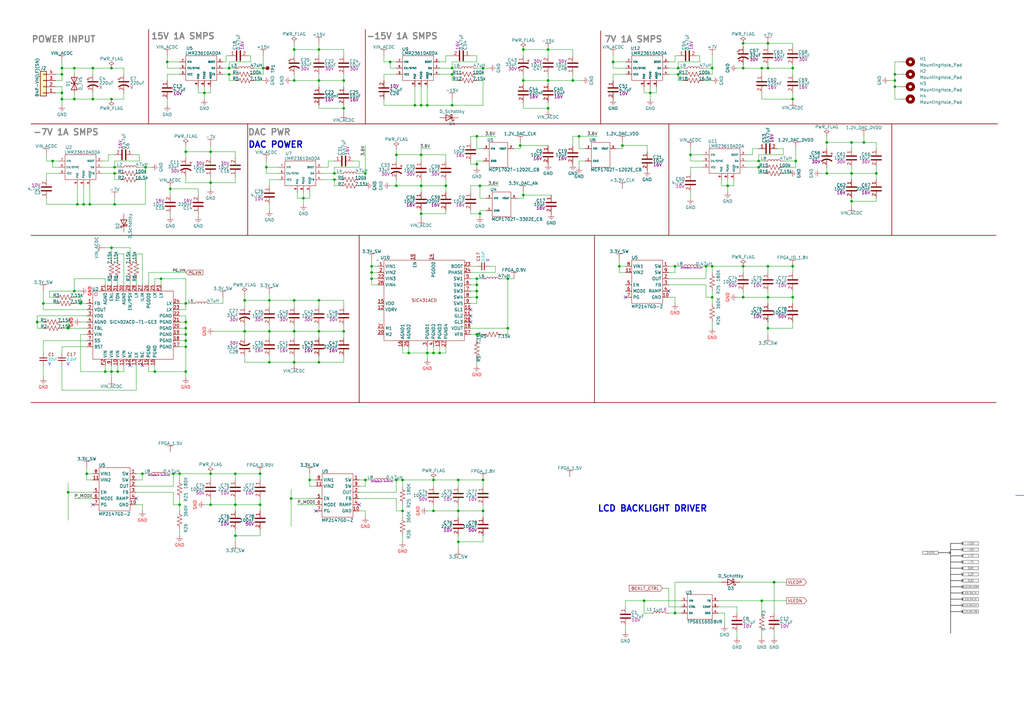
<source format=kicad_sch>
(kicad_sch (version 20230819) (generator eeschema)
  (paper "A3")
  (junction (at 27.94 134.62))
  (junction (at 214.63 80.01) (diameter 0.9144))
  (junction (at 86.36 74.93) (diameter 0.9144))
  (junction (at 474.98 149.86))
  (junction (at 214.63 33.02))
  (junction (at 185.42 27.94) (diameter 0.9144))
  (junction (at 339.09 71.12) (diameter 0.9144))
  (junction (at 25.4 30.48))
  (junction (at 535.94 149.86) (diameter 0.9144))
  (junction (at 76.2 134.62))
  (junction (at 76.2 152.4))
  (junction (at 278.13 30.48) (diameter 0.9144))
  (junction (at 208.28 114.3))
  (junction (at 546.1 149.86))
  (junction (at 127 196.85))
  (junction (at 73.66 207.01) (diameter 0.9144))
  (junction (at 535.94 175.26) (diameter 0.9144))
  (junction (at 312.42 27.94) (diameter 0.9144))
  (junction (at 349.25 71.12) (diameter 0.9144))
  (junction (at 162.56 76.2) (diameter 0.9144))
  (junction (at 237.49 55.88) (diameter 0.9144))
  (junction (at 106.68 194.31))
  (junction (at 196.85 87.63) (diameter 0.9144))
  (junction (at 170.18 43.18) (diameter 0.9144))
  (junction (at 140.97 33.02) (diameter 0.9144))
  (junction (at 96.52 219.71) (diameter 0.9144))
  (junction (at 349.25 58.42) (diameter 0.9144))
  (junction (at 317.5 238.76) (diameter 0.9144))
  (junction (at 325.12 121.92) (diameter 0.9144))
  (junction (at 43.18 152.4))
  (junction (at 314.96 27.94) (diameter 0.9144))
  (junction (at 187.96 222.25) (diameter 0.9144))
  (junction (at 110.49 148.59))
  (junction (at 325.12 27.94) (diameter 0.9144))
  (junction (at 314.96 134.62) (diameter 0.9144))
  (junction (at 152.4 111.76))
  (junction (at 311.15 66.04) (diameter 0.9144))
  (junction (at 86.36 62.23) (diameter 0.9144))
  (junction (at 195.58 55.88) (diameter 0.9144))
  (junction (at 130.81 135.89))
  (junction (at 162.56 63.5) (diameter 0.9144))
  (junction (at 276.86 109.22))
  (junction (at 130.81 33.02) (diameter 0.9144))
  (junction (at 214.63 20.32))
  (junction (at 304.8 121.92) (diameter 0.9144))
  (junction (at 251.46 25.4) (diameter 0.9144))
  (junction (at 497.84 149.86))
  (junction (at 76.2 139.7))
  (junction (at 160.02 25.4) (diameter 0.9144))
  (junction (at 264.16 246.38) (diameter 0.9144))
  (junction (at 46.99 68.58) (diameter 0.9144))
  (junction (at 63.5 152.4))
  (junction (at 195.58 119.38))
  (junction (at 312.42 246.38) (diameter 0.9144))
  (junction (at 124.46 81.28) (diameter 0.9144))
  (junction (at 314.96 109.22) (diameter 0.9144))
  (junction (at 525.78 162.56) (diameter 0.9144))
  (junction (at 195.58 116.84))
  (junction (at 36.83 83.82) (diameter 0.9144))
  (junction (at 175.26 144.78))
  (junction (at 254 109.22))
  (junction (at 172.72 87.63) (diameter 0.9144))
  (junction (at 172.72 76.2) (diameter 0.9144))
  (junction (at 100.33 123.19) (diameter 0.9144))
  (junction (at 45.72 101.6))
  (junction (at 119.38 204.47))
  (junction (at 298.45 76.2) (diameter 0.9144))
  (junction (at 59.69 68.58) (diameter 0.9144))
  (junction (at 292.1 27.94) (diameter 0.9144))
  (junction (at 278.13 27.94) (diameter 0.9144))
  (junction (at 45.72 152.4))
  (junction (at 27.94 201.93))
  (junction (at 198.12 209.55) (diameter 0.9144))
  (junction (at 525.78 149.86))
  (junction (at 177.8 196.85))
  (junction (at 66.04 114.3))
  (junction (at 196.85 76.2) (diameter 0.9144))
  (junction (at 182.88 76.2) (diameter 0.9144))
  (junction (at 304.8 109.22))
  (junction (at 58.42 194.31))
  (junction (at 83.82 38.1) (diameter 0.9144))
  (junction (at 165.1 209.55) (diameter 0.9144))
  (junction (at 304.8 27.94) (diameter 0.9144))
  (junction (at 367.03 30.48) (diameter 0.9144))
  (junction (at 304.8 17.78) (diameter 0.9144))
  (junction (at 149.86 196.85))
  (junction (at 46.99 83.82) (diameter 0.9144))
  (junction (at 292.1 121.92) (diameter 0.9144))
  (junction (at 120.65 135.89) (diameter 0.9144))
  (junction (at 30.48 27.94) (diameter 0.9144))
  (junction (at 76.2 62.23) (diameter 0.9144))
  (junction (at 31.75 83.82) (diameter 0.9144))
  (junction (at 152.4 114.3))
  (junction (at 76.2 132.08))
  (junction (at 349.25 82.55) (diameter 0.9144))
  (junction (at 107.95 27.94) (diameter 0.9144))
  (junction (at 467.36 157.48))
  (junction (at 86.36 194.31))
  (junction (at 149.86 71.12) (diameter 0.9144))
  (junction (at 339.09 58.42) (diameter 0.9144))
  (junction (at 76.2 142.24))
  (junction (at 109.22 68.58) (diameter 0.9144))
  (junction (at 177.8 144.78))
  (junction (at 177.8 209.55) (diameter 0.9144))
  (junction (at 314.96 17.78) (diameter 0.9144))
  (junction (at 187.96 196.85) (diameter 0.9144))
  (junction (at 208.28 134.62))
  (junction (at 213.36 59.69) (diameter 0.9144))
  (junction (at 21.59 66.04) (diameter 0.9144))
  (junction (at 165.1 196.85))
  (junction (at 100.33 135.89) (diameter 0.9144))
  (junction (at 367.03 35.56) (diameter 0.9144))
  (junction (at 175.26 43.18) (diameter 0.9144))
  (junction (at 93.98 27.94) (diameter 0.9144))
  (junction (at 38.1 40.64) (diameter 0.9144))
  (junction (at 314.96 121.92) (diameter 0.9144))
  (junction (at 172.72 43.18) (diameter 0.9144))
  (junction (at 311.15 68.58) (diameter 0.9144))
  (junction (at 106.68 207.01) (diameter 0.9144))
  (junction (at 137.16 73.66) (diameter 0.9144))
  (junction (at 96.52 194.31) (diameter 0.9144))
  (junction (at 513.08 149.86))
  (junction (at 234.95 33.02))
  (junction (at 325.12 40.64) (diameter 0.9144))
  (junction (at 185.42 30.48) (diameter 0.9144))
  (junction (at 195.58 137.16))
  (junction (at 167.64 144.78))
  (junction (at 140.97 44.45) (diameter 0.9144))
  (junction (at 120.65 20.32) (diameter 0.9144))
  (junction (at 120.65 33.02) (diameter 0.9144))
  (junction (at 224.79 20.32))
  (junction (at 140.97 135.89))
  (junction (at 513.08 162.56) (diameter 0.9144))
  (junction (at 195.58 114.3))
  (junction (at 354.33 58.42) (diameter 0.9144))
  (junction (at 283.21 63.5) (diameter 0.9144))
  (junction (at 180.34 144.78))
  (junction (at 71.12 194.31))
  (junction (at 130.81 148.59))
  (junction (at 326.39 66.04) (diameter 0.9144))
  (junction (at 15.24 132.08))
  (junction (at 120.65 123.19))
  (junction (at 38.1 27.94) (diameter 0.9144))
  (junction (at 535.94 162.56) (diameter 0.9144))
  (junction (at 69.85 77.47) (diameter 0.9144))
  (junction (at 289.56 109.22))
  (junction (at 198.12 196.85))
  (junction (at 73.66 194.31))
  (junction (at 130.81 20.32) (diameter 0.9144))
  (junction (at 33.02 124.46))
  (junction (at 198.12 27.94) (diameter 0.9144))
  (junction (at 187.96 209.55) (diameter 0.9144))
  (junction (at 130.81 123.19))
  (junction (at 120.65 148.59))
  (junction (at 359.41 71.12) (diameter 0.9144))
  (junction (at 137.16 71.12) (diameter 0.9144))
  (junction (at 325.12 109.22))
  (junction (at 68.58 25.4) (diameter 0.9144))
  (junction (at 110.49 123.19) (diameter 0.9144))
  (junction (at 25.4 40.64) (diameter 0.9144))
  (junction (at 110.49 135.89) (diameter 0.9144))
  (junction (at 45.72 40.64) (diameter 0.9144))
  (junction (at 30.48 40.64) (diameter 0.9144))
  (junction (at 86.36 207.01) (diameter 0.9144))
  (junction (at 224.79 44.45))
  (junction (at 34.29 83.82) (diameter 0.9144))
  (junction (at 162.56 196.85))
  (junction (at 292.1 109.22))
  (junction (at 224.79 33.02))
  (junction (at 96.52 207.01) (diameter 0.9144))
  (junction (at 25.4 38.1))
  (junction (at 510.54 149.86))
  (junction (at 76.2 137.16))
  (junction (at 93.98 30.48) (diameter 0.9144))
  (junction (at 45.72 27.94) (diameter 0.9144))
  (junction (at 25.4 27.94) (diameter 0.9144))
  (junction (at 195.58 121.92))
  (junction (at 195.58 67.31) (diameter 0.9144))
  (junction (at 46.99 71.12) (diameter 0.9144))
  (junction (at 48.26 152.4))
  (junction (at 266.7 38.1) (diameter 0.9144))
  (junction (at 172.72 63.5) (diameter 0.9144))
  (junction (at 152.4 109.22))
  (junction (at 185.42 43.18) (diameter 0.9144))
  (junction (at 17.78 124.46))
  (junction (at 35.56 194.31))
  (junction (at 76.2 124.46))
  (junction (at 30.48 119.38))
  (junction (at 255.27 59.69) (diameter 0.9144))
  (junction (at 276.86 251.46) (diameter 0.9144))
  (junction (at 367.03 33.02) (diameter 0.9144))
  (junction (at 546.1 162.56) (diameter 0.9144))
  (no_connect (at 193.04 132.08))
  (no_connect (at 147.32 207.01))
  (no_connect (at 58.42 149.86))
  (no_connect (at 55.88 204.47))
  (no_connect (at 477.52 162.56))
  (no_connect (at 256.54 121.92))
  (no_connect (at 193.04 127))
  (no_connect (at 38.1 207.01))
  (no_connect (at 193.04 129.54))
  (no_connect (at 53.34 149.86))
  (no_connect (at 274.32 119.38))
  (no_connect (at 495.3 160.02))
  (no_connect (at 129.54 209.55))
  (wire (pts (xy 76.2 124.46) (xy 78.74 124.46)))
  (wire (pts (xy 120.65 33.02) (xy 120.65 30.48)))
  (wire (pts (xy 120.65 33.02) (xy 130.81 33.02)))
  (wire (pts (xy 130.81 33.02) (xy 140.97 33.02)))
  (wire (pts (xy 55.88 149.86) (xy 55.88 160.02)))
  (polyline (pts (xy 147.32 96.52) (xy 147.32 165.1)) (stroke (width 0.254) (type solid) (color 132 0 0 1)))
  (wire (pts (xy 43.18 149.86) (xy 43.18 152.4)))
  (wire (pts (xy 208.28 137.16) (xy 208.28 134.62)))
  (wire (pts (xy 152.4 109.22) (xy 152.4 111.76)))
  (wire (pts (xy 43.18 152.4) (xy 33.02 152.4)))
  (polyline (pts (xy 416.56 203.2) (xy 424.18 203.2)))
  (wire (pts (xy 124.46 81.28) (xy 121.92 81.28)))
  (wire (pts (xy 195.58 116.84) (xy 193.04 116.84)))
  (wire (pts (xy 17.78 124.46) (xy 17.78 127)))
  (wire (pts (xy 165.1 142.24) (xy 165.1 144.78)))
  (wire (pts (xy 106.68 204.47) (xy 106.68 207.01)))
  (wire (pts (xy 170.18 43.18) (xy 172.72 43.18)))
  (wire (pts (xy 172.72 43.18) (xy 172.72 35.56)))
  (wire (pts (xy 81.28 80.01) (xy 81.28 77.47)))
  (wire (pts (xy 120.65 148.59) (xy 130.81 148.59)))
  (wire (pts (xy 106.68 196.85) (xy 106.68 194.31)))
  (wire (pts (xy 312.42 251.46) (xy 312.42 246.38)))
  (wire (pts (xy 193.04 134.62) (xy 208.28 134.62)))
  (wire (pts (xy 182.88 63.5) (xy 172.72 63.5)))
  (wire (pts (xy 195.58 116.84) (xy 195.58 119.38)))
  (wire (pts (xy 127 196.85) (xy 129.54 196.85)))
  (wire (pts (xy 124.46 81.28) (xy 124.46 83.82)))
  (wire (pts (xy 535.94 162.56) (xy 535.94 160.02)))
  (wire (pts (xy 325.12 27.94) (xy 325.12 30.48)))
  (wire (pts (xy 110.49 146.05) (xy 110.49 148.59)))
  (wire (pts (xy 187.96 209.55) (xy 187.96 212.09)))
  (wire (pts (xy 46.99 68.58) (xy 49.53 68.58)))
  (polyline (pts (xy 394.97 235.585) (xy 394.462 235.077)) (stroke (width 0.254) (color 72 72 72 1)))
  (wire (pts (xy 73.66 127) (xy 76.2 127)))
  (polyline (pts (xy 394.97 222.885) (xy 394.462 222.377)) (stroke (width 0.254) (color 72 72 72 1)))
  (wire (pts (xy 68.58 194.31) (xy 71.12 194.31)))
  (wire (pts (xy 294.64 246.38) (xy 312.42 246.38)))
  (wire (pts (xy 234.95 22.86) (xy 234.95 20.32)))
  (wire (pts (xy 182.88 22.86) (xy 182.88 25.4)))
  (wire (pts (xy 27.94 201.93) (xy 38.1 201.93)))
  (wire (pts (xy 195.58 114.3) (xy 198.12 114.3)))
  (wire (pts (xy 114.3 71.12) (xy 109.22 71.12)))
  (wire (pts (xy 110.49 76.2) (xy 110.49 73.66)))
  (wire (pts (xy 308.61 63.5) (xy 306.07 63.5)))
  (wire (pts (xy 120.65 125.73) (xy 120.65 123.19)))
  (wire (pts (xy 254 109.22) (xy 256.54 109.22)))
  (wire (pts (xy 58.42 194.31) (xy 60.96 194.31)))
  (wire (pts (xy 251.46 30.48) (xy 256.54 30.48)))
  (wire (pts (xy 287.02 109.22) (xy 289.56 109.22)))
  (wire (pts (xy 314.96 121.92) (xy 314.96 119.38)))
  (wire (pts (xy 510.54 162.56) (xy 513.08 162.56)))
  (wire (pts (xy 96.52 74.93) (xy 86.36 74.93)))
  (wire (pts (xy 185.42 25.4) (xy 185.42 27.94)))
  (wire (pts (xy 308.61 60.96) (xy 308.61 63.5)))
  (wire (pts (xy 140.97 44.45) (xy 140.97 43.18)))
  (wire (pts (xy 140.97 45.72) (xy 140.97 44.45)))
  (wire (pts (xy 120.65 146.05) (xy 120.65 148.59)))
  (wire (pts (xy 193.04 114.3) (xy 195.58 114.3)))
  (wire (pts (xy 523.24 162.56) (xy 525.78 162.56)))
  (wire (pts (xy 187.96 196.85) (xy 198.12 196.85)))
  (wire (pts (xy 147.32 196.85) (xy 149.86 196.85)))
  (wire (pts (xy 50.8 152.4) (xy 48.26 152.4)))
  (wire (pts (xy 152.4 109.22) (xy 154.94 109.22)))
  (polyline (pts (xy 389.89 235.585) (xy 394.97 235.585)) (stroke (width 0.254) (color 72 72 72 1)))
  (wire (pts (xy 127 81.28) (xy 124.46 81.28)))
  (polyline (pts (xy 389.382 227.203) (xy 389.89 226.695)) (stroke (width 0.254) (color 72 72 72 1)))
  (wire (pts (xy 367.03 30.48) (xy 369.57 30.48)))
  (wire (pts (xy 120.65 135.89) (xy 110.49 135.89)))
  (wire (pts (xy 130.81 135.89) (xy 130.81 138.43)))
  (wire (pts (xy 172.72 63.5) (xy 172.72 66.04)))
  (wire (pts (xy 57.15 71.12) (xy 59.69 71.12)))
  (wire (pts (xy 30.48 121.92) (xy 33.02 121.92)))
  (wire (pts (xy 172.72 87.63) (xy 172.72 88.9)))
  (wire (pts (xy 57.15 68.58) (xy 59.69 68.58)))
  (wire (pts (xy 59.69 68.58) (xy 62.23 68.58)))
  (wire (pts (xy 177.8 207.01) (xy 177.8 209.55)))
  (wire (pts (xy 68.58 22.86) (xy 68.58 25.4)))
  (wire (pts (xy 68.58 25.4) (xy 73.66 25.4)))
  (wire (pts (xy 495.3 152.4) (xy 497.84 152.4)))
  (polyline (pts (xy 149.86 12.065) (xy 149.86 50.8)) (stroke (width 0.254) (type solid) (color 132 0 0 1)))
  (wire (pts (xy 283.21 71.12) (xy 283.21 68.58)))
  (wire (pts (xy 46.99 81.28) (xy 46.99 83.82)))
  (wire (pts (xy 367.03 25.4) (xy 367.03 30.48)))
  (wire (pts (xy 367.03 30.48) (xy 367.03 33.02)))
  (wire (pts (xy 367.03 33.02) (xy 367.03 35.56)))
  (wire (pts (xy 367.03 35.56) (xy 367.03 40.64)))
  (wire (pts (xy 367.03 40.64) (xy 369.57 40.64)))
  (wire (pts (xy 369.57 25.4) (xy 367.03 25.4)))
  (wire (pts (xy 325.12 124.46) (xy 325.12 121.92)))
  (wire (pts (xy 46.99 83.82) (xy 36.83 83.82)))
  (wire (pts (xy 152.4 111.76) (xy 154.94 111.76)))
  (wire (pts (xy 110.49 123.19) (xy 110.49 125.73)))
  (wire (pts (xy 175.26 144.78) (xy 175.26 147.32)))
  (wire (pts (xy 76.2 142.24) (xy 76.2 152.4)))
  (wire (pts (xy 283.21 68.58) (xy 288.29 68.58)))
  (wire (pts (xy 86.36 194.31) (xy 96.52 194.31)))
  (wire (pts (xy 55.88 201.93) (xy 71.12 201.93)))
  (wire (pts (xy 193.04 22.86) (xy 195.58 22.86)))
  (wire (pts (xy 76.2 137.16) (xy 76.2 139.7)))
  (wire (pts (xy 53.34 106.68) (xy 53.34 101.6)))
  (polyline (pts (xy 394.462 243.713) (xy 394.97 243.205)) (stroke (width 0.254) (color 72 72 72 1)))
  (wire (pts (xy 19.05 83.82) (xy 31.75 83.82)))
  (wire (pts (xy 147.32 209.55) (xy 149.86 209.55)))
  (wire (pts (xy 474.98 152.4) (xy 477.52 152.4)))
  (wire (pts (xy 25.4 38.1) (xy 25.4 40.64)))
  (wire (pts (xy 278.13 30.48) (xy 278.13 33.02)))
  (wire (pts (xy 25.4 25.4) (xy 25.4 27.94)))
  (wire (pts (xy 41.91 71.12) (xy 46.99 71.12)))
  (wire (pts (xy 71.12 194.31) (xy 73.66 194.31)))
  (wire (pts (xy 22.86 30.48) (xy 25.4 30.48)))
  (wire (pts (xy 311.15 68.58) (xy 311.15 71.12)))
  (polyline (pts (xy 389.89 222.885) (xy 394.97 222.885)) (stroke (width 0.254) (color 72 72 72 1)))
  (wire (pts (xy 513.08 172.72) (xy 513.08 175.26)))
  (wire (pts (xy 127 199.39) (xy 129.54 199.39)))
  (wire (pts (xy 240.03 60.96) (xy 237.49 60.96)))
  (wire (pts (xy 214.63 20.32) (xy 224.79 20.32)))
  (wire (pts (xy 317.5 238.76) (xy 317.5 251.46)))
  (wire (pts (xy 140.97 133.35) (xy 140.97 135.89)))
  (wire (pts (xy 283.21 78.74) (xy 283.21 81.28)))
  (wire (pts (xy 68.58 33.02) (xy 68.58 30.48)))
  (wire (pts (xy 317.5 238.76) (xy 322.58 238.76)))
  (wire (pts (xy 58.42 104.14) (xy 55.88 104.14)))
  (wire (pts (xy 314.96 27.94) (xy 314.96 26.67)))
  (wire (pts (xy 76.2 124.46) (xy 76.2 127)))
  (wire (pts (xy 19.05 66.04) (xy 21.59 66.04)))
  (wire (pts (xy 495.3 149.86) (xy 497.84 149.86)))
  (wire (pts (xy 109.22 71.12) (xy 109.22 68.58)))
  (wire (pts (xy 147.32 66.04) (xy 147.32 68.58)))
  (wire (pts (xy 177.8 196.85) (xy 187.96 196.85)))
  (wire (pts (xy 30.48 119.38) (xy 20.32 119.38)))
  (wire (pts (xy 137.16 73.66) (xy 139.7 73.66)))
  (wire (pts (xy 195.58 114.3) (xy 195.58 116.84)))
  (wire (pts (xy 19.05 81.28) (xy 19.05 83.82)))
  (polyline (pts (xy 389.89 245.745) (xy 394.97 245.745)) (stroke (width 0.254) (color 72 72 72 1)))
  (wire (pts (xy 30.48 27.94) (xy 30.48 30.48)))
  (wire (pts (xy 185.42 33.02) (xy 187.96 33.02)))
  (wire (pts (xy 195.58 66.04) (xy 198.12 66.04)))
  (wire (pts (xy 48.26 149.86) (xy 48.26 152.4)))
  (wire (pts (xy 497.84 162.56) (xy 497.84 165.1)))
  (wire (pts (xy 288.29 30.48) (xy 292.1 30.48)))
  (wire (pts (xy 321.31 71.12) (xy 323.85 71.12)))
  (wire (pts (xy 251.46 25.4) (xy 256.54 25.4)))
  (polyline (pts (xy 394.97 250.825) (xy 394.462 250.317)) (stroke (width 0.254) (color 72 72 72 1)))
  (wire (pts (xy 69.85 77.47) (xy 81.28 77.47)))
  (wire (pts (xy 134.62 66.04) (xy 134.62 68.58)))
  (wire (pts (xy 264.16 251.46) (xy 264.16 246.38)))
  (wire (pts (xy 256.54 246.38) (xy 264.16 246.38)))
  (wire (pts (xy 17.78 127) (xy 35.56 127)))
  (wire (pts (xy 73.66 124.46) (xy 76.2 124.46)))
  (wire (pts (xy 195.58 124.46) (xy 193.04 124.46)))
  (wire (pts (xy 45.72 152.4) (xy 43.18 152.4)))
  (wire (pts (xy 180.34 27.94) (xy 185.42 27.94)))
  (wire (pts (xy 172.72 86.36) (xy 172.72 87.63)))
  (wire (pts (xy 120.65 133.35) (xy 120.65 135.89)))
  (wire (pts (xy 349.25 58.42) (xy 339.09 58.42)))
  (wire (pts (xy 359.41 58.42) (xy 354.33 58.42)))
  (wire (pts (xy 76.2 129.54) (xy 76.2 132.08)))
  (wire (pts (xy 149.86 196.85) (xy 149.86 199.39)))
  (wire (pts (xy 35.56 142.24) (xy 25.4 142.24)))
  (wire (pts (xy 339.09 68.58) (xy 339.09 71.12)))
  (wire (pts (xy 185.42 27.94) (xy 187.96 27.94)))
  (wire (pts (xy 57.15 63.5) (xy 57.15 66.04)))
  (wire (pts (xy 300.99 76.2) (xy 298.45 76.2)))
  (wire (pts (xy 266.7 251.46) (xy 264.16 251.46)))
  (wire (pts (xy 237.49 55.88) (xy 245.11 55.88)))
  (polyline (pts (xy 394.462 241.173) (xy 394.97 240.665)) (stroke (width 0.254) (color 72 72 72 1)))
  (wire (pts (xy 193.04 111.76) (xy 203.2 111.76)))
  (wire (pts (xy 288.29 33.02) (xy 292.1 33.02)))
  (wire (pts (xy 33.02 121.92) (xy 33.02 124.46)))
  (wire (pts (xy 251.46 27.94) (xy 251.46 25.4)))
  (polyline (pts (xy 389.89 240.665) (xy 394.97 240.665)) (stroke (width 0.254) (color 72 72 72 1)))
  (wire (pts (xy 96.52 194.31) (xy 96.52 196.85)))
  (polyline (pts (xy 394.97 243.205) (xy 394.462 242.697)) (stroke (width 0.254) (color 72 72 72 1)))
  (wire (pts (xy 251.46 22.86) (xy 251.46 25.4)))
  (wire (pts (xy 304.8 27.94) (xy 304.8 26.67)))
  (polyline (pts (xy 394.97 238.125) (xy 394.462 237.617)) (stroke (width 0.254) (color 72 72 72 1)))
  (wire (pts (xy 513.08 149.86) (xy 525.78 149.86)))
  (wire (pts (xy 546.1 172.72) (xy 546.1 175.26)))
  (wire (pts (xy 36.83 83.82) (xy 36.83 76.2)))
  (wire (pts (xy 130.81 33.02) (xy 130.81 35.56)))
  (wire (pts (xy 43.18 101.6) (xy 45.72 101.6)))
  (wire (pts (xy 193.04 55.88) (xy 195.58 55.88)))
  (wire (pts (xy 193.04 58.42) (xy 193.04 55.88)))
  (wire (pts (xy 525.78 149.86) (xy 535.94 149.86)))
  (wire (pts (xy 100.33 123.19) (xy 100.33 125.73)))
  (wire (pts (xy 237.49 60.96) (xy 237.49 55.88)))
  (wire (pts (xy 510.54 149.86) (xy 513.08 149.86)))
  (polyline (pts (xy 12.7 50.8) (xy 409.194 50.8)) (stroke (width 0.254) (type solid) (color 132 0 0 1)))
  (polyline (pts (xy 60.96 12.065) (xy 60.96 50.8)) (stroke (width 0.254) (type solid) (color 132 0 0 1)))
  (wire (pts (xy 121.92 207.01) (xy 129.54 207.01)))
  (wire (pts (xy 120.65 123.19) (xy 110.49 123.19)))
  (wire (pts (xy 81.28 38.1) (xy 81.28 35.56)))
  (wire (pts (xy 83.82 38.1) (xy 81.28 38.1)))
  (wire (pts (xy 86.36 35.56) (xy 86.36 38.1)))
  (wire (pts (xy 86.36 38.1) (xy 83.82 38.1)))
  (wire (pts (xy 325.12 119.38) (xy 325.12 121.92)))
  (wire (pts (xy 27.94 134.62) (xy 27.94 132.08)))
  (wire (pts (xy 208.28 114.3) (xy 210.82 114.3)))
  (wire (pts (xy 285.75 22.86) (xy 287.02 22.86)))
  (wire (pts (xy 162.56 60.96) (xy 162.56 63.5)))
  (wire (pts (xy 172.72 60.96) (xy 172.72 63.5)))
  (wire (pts (xy 176.53 60.96) (xy 172.72 60.96)))
  (wire (pts (xy 535.94 175.26) (xy 546.1 175.26)))
  (wire (pts (xy 224.79 33.02) (xy 224.79 30.48)))
  (wire (pts (xy 187.96 222.25) (xy 198.12 222.25)))
  (wire (pts (xy 214.63 80.01) (xy 226.06 80.01)))
  (wire (pts (xy 325.12 40.64) (xy 325.12 38.1)))
  (wire (pts (xy 130.81 30.48) (xy 130.81 33.02)))
  (wire (pts (xy 22.86 35.56) (xy 25.4 35.56)))
  (wire (pts (xy 25.4 35.56) (xy 25.4 38.1)))
  (wire (pts (xy 50.8 116.84) (xy 50.8 104.14)))
  (wire (pts (xy 76.2 142.24) (xy 73.66 142.24)))
  (wire (pts (xy 497.84 149.86) (xy 497.84 152.4)))
  (wire (pts (xy 157.48 40.64) (xy 157.48 43.18)))
  (wire (pts (xy 289.56 109.22) (xy 292.1 109.22)))
  (wire (pts (xy 58.42 207.01) (xy 58.42 209.55)))
  (polyline (pts (xy 394.462 223.393) (xy 394.97 222.885)) (stroke (width 0.254) (color 72 72 72 1)))
  (wire (pts (xy 73.66 129.54) (xy 76.2 129.54)))
  (wire (pts (xy 182.88 66.04) (xy 182.88 63.5)))
  (wire (pts (xy 535.94 149.86) (xy 535.94 152.4)))
  (wire (pts (xy 276.86 22.86) (xy 276.86 25.4)))
  (wire (pts (xy 71.12 194.31) (xy 71.12 199.39)))
  (wire (pts (xy 182.88 144.78) (xy 180.34 144.78)))
  (wire (pts (xy 467.36 157.48) (xy 477.52 157.48)))
  (wire (pts (xy 314.96 17.78) (xy 325.12 17.78)))
  (wire (pts (xy 224.79 33.02) (xy 234.95 33.02)))
  (wire (pts (xy 283.21 63.5) (xy 288.29 63.5)))
  (wire (pts (xy 269.24 38.1) (xy 266.7 38.1)))
  (wire (pts (xy 367.03 35.56) (xy 369.57 35.56)))
  (wire (pts (xy 60.96 152.4) (xy 63.5 152.4)))
  (wire (pts (xy 147.32 201.93) (xy 162.56 201.93)))
  (wire (pts (xy 165.1 196.85) (xy 177.8 196.85)))
  (wire (pts (xy 149.86 71.12) (xy 149.86 73.66)))
  (wire (pts (xy 76.2 152.4) (xy 76.2 154.94)))
  (wire (pts (xy 53.34 114.3) (xy 53.34 116.84)))
  (wire (pts (xy 132.08 71.12) (xy 137.16 71.12)))
  (wire (pts (xy 325.12 111.76) (xy 325.12 109.22)))
  (wire (pts (xy 513.08 152.4) (xy 513.08 149.86)))
  (wire (pts (xy 177.8 209.55) (xy 187.96 209.55)))
  (wire (pts (xy 68.58 30.48) (xy 73.66 30.48)))
  (wire (pts (xy 68.58 27.94) (xy 68.58 25.4)))
  (wire (pts (xy 73.66 27.94) (xy 68.58 27.94)))
  (wire (pts (xy 132.08 73.66) (xy 137.16 73.66)))
  (wire (pts (xy 71.12 201.93) (xy 71.12 207.01)))
  (wire (pts (xy 104.14 30.48) (xy 107.95 30.48)))
  (wire (pts (xy 107.95 27.94) (xy 107.95 30.48)))
  (wire (pts (xy 110.49 120.65) (xy 110.49 123.19)))
  (wire (pts (xy 185.42 30.48) (xy 187.96 30.48)))
  (wire (pts (xy 304.8 17.78) (xy 304.8 19.05)))
  (wire (pts (xy 172.72 43.18) (xy 175.26 43.18)))
  (wire (pts (xy 175.26 43.18) (xy 175.26 35.56)))
  (wire (pts (xy 46.99 66.04) (xy 46.99 68.58)))
  (wire (pts (xy 294.64 248.92) (xy 302.26 248.92)))
  (wire (pts (xy 292.1 22.86) (xy 292.1 27.94)))
  (wire (pts (xy 185.42 22.86) (xy 182.88 22.86)))
  (wire (pts (xy 76.2 132.08) (xy 76.2 134.62)))
  (wire (pts (xy 314.96 121.92) (xy 314.96 124.46)))
  (wire (pts (xy 339.09 58.42) (xy 339.09 60.96)))
  (polyline (pts (xy 394.97 233.045) (xy 394.462 232.537)) (stroke (width 0.254) (color 72 72 72 1)))
  (wire (pts (xy 109.22 66.04) (xy 109.22 68.58)))
  (wire (pts (xy 109.22 68.58) (xy 114.3 68.58)))
  (wire (pts (xy 283.21 60.96) (xy 283.21 63.5)))
  (wire (pts (xy 312.42 259.08) (xy 312.42 261.62)))
  (wire (pts (xy 200.66 109.22) (xy 203.2 109.22)))
  (wire (pts (xy 195.58 137.16) (xy 198.12 137.16)))
  (wire (pts (xy 321.31 68.58) (xy 326.39 68.58)))
  (wire (pts (xy 60.96 111.76) (xy 76.2 111.76)))
  (wire (pts (xy 17.78 149.86) (xy 17.78 154.94)))
  (wire (pts (xy 314.96 109.22) (xy 325.12 109.22)))
  (wire (pts (xy 147.32 199.39) (xy 149.86 199.39)))
  (wire (pts (xy 162.56 73.66) (xy 162.56 76.2)))
  (wire (pts (xy 38.1 38.1) (xy 38.1 40.64)))
  (wire (pts (xy 93.98 30.48) (xy 93.98 33.02)))
  (polyline (pts (xy 274.32 50.8) (xy 274.32 96.52)) (stroke (width 0.254) (type solid) (color 132 0 0 1)))
  (polyline (pts (xy 389.89 243.205) (xy 394.97 243.205)) (stroke (width 0.254) (color 72 72 72 1)))
  (wire (pts (xy 271.78 241.3) (xy 274.32 241.3)))
  (wire (pts (xy 304.8 109.22) (xy 304.8 111.76)))
  (wire (pts (xy 121.92 81.28) (xy 121.92 78.74)))
  (wire (pts (xy 172.72 76.2) (xy 172.72 73.66)))
  (wire (pts (xy 535.94 172.72) (xy 535.94 175.26)))
  (wire (pts (xy 15.24 129.54) (xy 15.24 132.08)))
  (wire (pts (xy 83.82 38.1) (xy 83.82 40.64)))
  (wire (pts (xy 35.56 194.31) (xy 38.1 194.31)))
  (polyline (pts (xy 389.89 248.285) (xy 394.97 248.285)) (stroke (width 0.254) (color 72 72 72 1)))
  (wire (pts (xy 91.44 30.48) (xy 93.98 30.48)))
  (wire (pts (xy 93.98 30.48) (xy 96.52 30.48)))
  (wire (pts (xy 48.26 152.4) (xy 45.72 152.4)))
  (wire (pts (xy 193.04 86.36) (xy 193.04 87.63)))
  (wire (pts (xy 193.04 87.63) (xy 196.85 87.63)))
  (wire (pts (xy 339.09 55.88) (xy 339.09 58.42)))
  (wire (pts (xy 182.88 86.36) (xy 182.88 87.63)))
  (wire (pts (xy 55.88 199.39) (xy 71.12 199.39)))
  (wire (pts (xy 195.58 22.86) (xy 195.58 25.4)))
  (wire (pts (xy 535.94 149.86) (xy 546.1 149.86)))
  (wire (pts (xy 195.58 121.92) (xy 195.58 124.46)))
  (wire (pts (xy 175.26 142.24) (xy 175.26 144.78)))
  (wire (pts (xy 302.26 27.94) (xy 304.8 27.94)))
  (wire (pts (xy 182.88 142.24) (xy 182.88 144.78)))
  (wire (pts (xy 546.1 162.56) (xy 535.94 162.56)))
  (wire (pts (xy 66.04 114.3) (xy 66.04 116.84)))
  (wire (pts (xy 198.12 207.01) (xy 198.12 209.55)))
  (wire (pts (xy 130.81 133.35) (xy 130.81 135.89)))
  (wire (pts (xy 21.59 68.58) (xy 21.59 66.04)))
  (wire (pts (xy 21.59 66.04) (xy 24.13 66.04)))
  (wire (pts (xy 195.58 30.48) (xy 198.12 30.48)))
  (wire (pts (xy 180.34 144.78) (xy 177.8 144.78)))
  (wire (pts (xy 298.45 73.66) (xy 298.45 76.2)))
  (wire (pts (xy 140.97 33.02) (xy 140.97 35.56)))
  (wire (pts (xy 160.02 196.85) (xy 162.56 196.85)))
  (wire (pts (xy 160.02 76.2) (xy 162.56 76.2)))
  (wire (pts (xy 162.56 76.2) (xy 172.72 76.2)))
  (wire (pts (xy 349.25 71.12) (xy 349.25 73.66)))
  (wire (pts (xy 289.56 109.22) (xy 289.56 114.3)))
  (polyline (pts (xy 389.89 225.425) (xy 394.97 225.425)) (stroke (width 0.254) (color 72 72 72 1)))
  (wire (pts (xy 93.98 33.02) (xy 96.52 33.02)))
  (wire (pts (xy 73.66 194.31) (xy 86.36 194.31)))
  (wire (pts (xy 195.58 137.16) (xy 195.58 139.7)))
  (wire (pts (xy 546.1 160.02) (xy 546.1 162.56)))
  (wire (pts (xy 266.7 35.56) (xy 266.7 38.1)))
  (wire (pts (xy 187.96 224.79) (xy 187.96 222.25)))
  (wire (pts (xy 43.18 114.3) (xy 30.48 114.3)))
  (wire (pts (xy 34.29 83.82) (xy 34.29 76.2)))
  (wire (pts (xy 144.78 66.04) (xy 147.32 66.04)))
  (polyline (pts (xy 389.89 230.505) (xy 394.97 230.505)) (stroke (width 0.254) (color 72 72 72 1)))
  (wire (pts (xy 214.63 34.29) (xy 214.63 33.02)))
  (wire (pts (xy 119.38 200.66) (xy 119.38 204.47)))
  (wire (pts (xy 20.32 119.38) (xy 20.32 121.92)))
  (wire (pts (xy 60.96 111.76) (xy 60.96 116.84)))
  (wire (pts (xy 292.1 132.08) (xy 292.1 134.62)))
  (wire (pts (xy 76.2 134.62) (xy 76.2 137.16)))
  (wire (pts (xy 325.12 27.94) (xy 314.96 27.94)))
  (wire (pts (xy 213.36 58.42) (xy 213.36 59.69)))
  (wire (pts (xy 213.36 59.69) (xy 213.36 60.96)))
  (wire (pts (xy 198.12 212.09) (xy 198.12 209.55)))
  (wire (pts (xy 43.18 114.3) (xy 43.18 116.84)))
  (wire (pts (xy 110.49 148.59) (xy 120.65 148.59)))
  (wire (pts (xy 264.16 38.1) (xy 266.7 38.1)))
  (wire (pts (xy 162.56 63.5) (xy 162.56 66.04)))
  (wire (pts (xy 45.72 101.6) (xy 45.72 106.68)))
  (wire (pts (xy 288.29 27.94) (xy 292.1 27.94)))
  (wire (pts (xy 96.52 194.31) (xy 106.68 194.31)))
  (wire (pts (xy 152.4 116.84) (xy 154.94 116.84)))
  (wire (pts (xy 27.94 201.93) (xy 27.94 213.36)))
  (wire (pts (xy 256.54 27.94) (xy 251.46 27.94)))
  (polyline (pts (xy 12.7 165.1) (xy 408.559 165.1)) (stroke (width 0.254) (type solid) (color 132 0 0 1)))
  (wire (pts (xy 91.44 121.92) (xy 91.44 124.46)))
  (wire (pts (xy 198.12 219.71) (xy 198.12 222.25)))
  (wire (pts (xy 264.16 38.1) (xy 264.16 35.56)))
  (wire (pts (xy 182.88 78.74) (xy 182.88 76.2)))
  (wire (pts (xy 30.48 124.46) (xy 33.02 124.46)))
  (wire (pts (xy 274.32 116.84) (xy 289.56 116.84)))
  (wire (pts (xy 92.71 22.86) (xy 92.71 25.4)))
  (wire (pts (xy 92.71 25.4) (xy 91.44 25.4)))
  (wire (pts (xy 93.98 22.86) (xy 92.71 22.86)))
  (wire (pts (xy 295.91 76.2) (xy 295.91 73.66)))
  (wire (pts (xy 152.4 114.3) (xy 152.4 116.84)))
  (wire (pts (xy 269.24 35.56) (xy 269.24 38.1)))
  (wire (pts (xy 165.1 207.01) (xy 165.1 209.55)))
  (wire (pts (xy 160.02 25.4) (xy 162.56 25.4)))
  (wire (pts (xy 160.02 27.94) (xy 160.02 25.4)))
  (wire (pts (xy 162.56 27.94) (xy 160.02 27.94)))
  (wire (pts (xy 304.8 121.92) (xy 314.96 121.92)))
  (wire (pts (xy 20.32 121.92) (xy 22.86 121.92)))
  (wire (pts (xy 288.29 66.04) (xy 283.21 66.04)))
  (wire (pts (xy 187.96 196.85) (xy 187.96 199.39)))
  (wire (pts (xy 33.02 124.46) (xy 35.56 124.46)))
  (wire (pts (xy 30.48 114.3) (xy 30.48 119.38)))
  (wire (pts (xy 195.58 119.38) (xy 195.58 121.92)))
  (wire (pts (xy 325.12 121.92) (xy 314.96 121.92)))
  (wire (pts (xy 525.78 160.02) (xy 525.78 162.56)))
  (wire (pts (xy 63.5 114.3) (xy 66.04 114.3)))
  (wire (pts (xy 48.26 114.3) (xy 48.26 116.84)))
  (wire (pts (xy 100.33 148.59) (xy 110.49 148.59)))
  (wire (pts (xy 55.88 207.01) (xy 58.42 207.01)))
  (wire (pts (xy 311.15 71.12) (xy 313.69 71.12)))
  (wire (pts (xy 19.05 63.5) (xy 19.05 66.04)))
  (wire (pts (xy 349.25 82.55) (xy 349.25 83.82)))
  (wire (pts (xy 195.58 67.31) (xy 195.58 66.04)))
  (wire (pts (xy 195.58 68.58) (xy 195.58 67.31)))
  (wire (pts (xy 312.42 246.38) (xy 322.58 246.38)))
  (wire (pts (xy 119.38 33.02) (xy 120.65 33.02)))
  (wire (pts (xy 292.1 121.92) (xy 292.1 124.46)))
  (wire (pts (xy 25.4 142.24) (xy 25.4 144.78)))
  (wire (pts (xy 254 106.68) (xy 254 109.22)))
  (wire (pts (xy 167.64 142.24) (xy 167.64 144.78)))
  (wire (pts (xy 302.26 121.92) (xy 304.8 121.92)))
  (wire (pts (xy 17.78 139.7) (xy 17.78 144.78)))
  (wire (pts (xy 130.81 123.19) (xy 140.97 123.19)))
  (wire (pts (xy 298.45 76.2) (xy 298.45 78.74)))
  (wire (pts (xy 55.88 196.85) (xy 58.42 196.85)))
  (wire (pts (xy 57.15 66.04) (xy 46.99 66.04)))
  (wire (pts (xy 44.45 63.5) (xy 44.45 66.04)))
  (wire (pts (xy 354.33 55.88) (xy 354.33 58.42)))
  (wire (pts (xy 237.49 66.04) (xy 240.03 66.04)))
  (polyline (pts (xy 394.97 248.285) (xy 394.462 247.777)) (stroke (width 0.254) (color 72 72 72 1)))
  (wire (pts (xy 48.26 104.14) (xy 48.26 106.68)))
  (wire (pts (xy 525.78 149.86) (xy 525.78 152.4)))
  (wire (pts (xy 508 149.86) (xy 510.54 149.86)))
  (wire (pts (xy 317.5 259.08) (xy 317.5 261.62)))
  (wire (pts (xy 359.41 81.28) (xy 359.41 82.55)))
  (wire (pts (xy 234.95 30.48) (xy 234.95 33.02)))
  (wire (pts (xy 76.2 139.7) (xy 76.2 142.24)))
  (wire (pts (xy 326.39 66.04) (xy 326.39 68.58)))
  (wire (pts (xy 100.33 120.65) (xy 100.33 123.19)))
  (wire (pts (xy 157.48 33.02) (xy 157.48 30.48)))
  (wire (pts (xy 325.12 26.67) (xy 325.12 27.94)))
  (wire (pts (xy 254 109.22) (xy 254 111.76)))
  (wire (pts (xy 187.96 209.55) (xy 187.96 207.01)))
  (wire (pts (xy 140.97 30.48) (xy 140.97 33.02)))
  (wire (pts (xy 311.15 68.58) (xy 313.69 68.58)))
  (wire (pts (xy 120.65 135.89) (xy 120.65 138.43)))
  (wire (pts (xy 349.25 58.42) (xy 349.25 60.96)))
  (wire (pts (xy 274.32 30.48) (xy 278.13 30.48)))
  (wire (pts (xy 278.13 30.48) (xy 280.67 30.48)))
  (wire (pts (xy 195.58 119.38) (xy 193.04 119.38)))
  (wire (pts (xy 525.78 162.56) (xy 535.94 162.56)))
  (wire (pts (xy 474.98 149.86) (xy 474.98 152.4)))
  (wire (pts (xy 165.1 144.78) (xy 167.64 144.78)))
  (wire (pts (xy 46.99 71.12) (xy 49.53 71.12)))
  (wire (pts (xy 349.25 82.55) (xy 359.41 82.55)))
  (wire (pts (xy 359.41 68.58) (xy 359.41 71.12)))
  (wire (pts (xy 35.56 129.54) (xy 15.24 129.54)))
  (wire (pts (xy 106.68 217.17) (xy 106.68 219.71)))
  (wire (pts (xy 91.44 27.94) (xy 93.98 27.94)))
  (wire (pts (xy 93.98 27.94) (xy 96.52 27.94)))
  (wire (pts (xy 274.32 121.92) (xy 276.86 121.92)))
  (wire (pts (xy 147.32 71.12) (xy 149.86 71.12)))
  (wire (pts (xy 224.79 34.29) (xy 224.79 33.02)))
  (wire (pts (xy 60.96 149.86) (xy 60.96 152.4)))
  (wire (pts (xy 195.58 27.94) (xy 198.12 27.94)))
  (wire (pts (xy 86.36 124.46) (xy 91.44 124.46)))
  (wire (pts (xy 76.2 114.3) (xy 76.2 124.46)))
  (wire (pts (xy 196.85 86.36) (xy 199.39 86.36)))
  (wire (pts (xy 196.85 87.63) (xy 196.85 86.36)))
  (wire (pts (xy 196.85 88.9) (xy 196.85 87.63)))
  (wire (pts (xy 321.31 60.96) (xy 321.31 63.5)))
  (wire (pts (xy 314.96 17.78) (xy 314.96 19.05)))
  (wire (pts (xy 27.94 134.62) (xy 35.56 134.62)))
  (wire (pts (xy 120.65 20.32) (xy 120.65 22.86)))
  (wire (pts (xy 130.81 20.32) (xy 120.65 20.32)))
  (wire (pts (xy 44.45 66.04) (xy 41.91 66.04)))
  (wire (pts (xy 124.46 78.74) (xy 124.46 81.28)))
  (polyline (pts (xy 246.38 12.7) (xy 246.38 50.8)) (stroke (width 0.254) (type solid) (color 132 0 0 1)))
  (wire (pts (xy 278.13 22.86) (xy 276.86 22.86)))
  (wire (pts (xy 289.56 116.84) (xy 289.56 121.92)))
  (wire (pts (xy 130.81 146.05) (xy 130.81 148.59)))
  (wire (pts (xy 106.68 209.55) (xy 106.68 207.01)))
  (wire (pts (xy 289.56 121.92) (xy 292.1 121.92)))
  (wire (pts (xy 182.88 25.4) (xy 180.34 25.4)))
  (wire (pts (xy 185.42 30.48) (xy 185.42 33.02)))
  (wire (pts (xy 45.72 152.4) (xy 45.72 154.94)))
  (wire (pts (xy 140.97 146.05) (xy 140.97 148.59)))
  (polyline (pts (xy 389.89 227.965) (xy 394.97 227.965)) (stroke (width 0.254) (color 72 72 72 1)))
  (wire (pts (xy 140.97 125.73) (xy 140.97 123.19)))
  (wire (pts (xy 495.3 157.48) (xy 510.54 157.48)))
  (wire (pts (xy 100.33 135.89) (xy 110.49 135.89)))
  (wire (pts (xy 55.88 104.14) (xy 55.88 106.68)))
  (wire (pts (xy 302.26 251.46) (xy 302.26 248.92)))
  (wire (pts (xy 359.41 60.96) (xy 359.41 58.42)))
  (wire (pts (xy 55.88 194.31) (xy 58.42 194.31)))
  (wire (pts (xy 214.63 20.32) (xy 214.63 22.86)))
  (wire (pts (xy 38.1 30.48) (xy 38.1 27.94)))
  (wire (pts (xy 147.32 204.47) (xy 162.56 204.47)))
  (wire (pts (xy 35.56 194.31) (xy 35.56 196.85)))
  (wire (pts (xy 336.55 71.12) (xy 339.09 71.12)))
  (wire (pts (xy 312.42 27.94) (xy 312.42 30.48)))
  (wire (pts (xy 292.1 109.22) (xy 304.8 109.22)))
  (polyline (pts (xy 394.462 225.933) (xy 394.97 225.425)) (stroke (width 0.254) (color 72 72 72 1)))
  (wire (pts (xy 25.4 27.94) (xy 25.4 30.48)))
  (wire (pts (xy 25.4 33.02) (xy 22.86 33.02)))
  (wire (pts (xy 73.66 132.08) (xy 76.2 132.08)))
  (wire (pts (xy 212.09 81.28) (xy 214.63 81.28)))
  (wire (pts (xy 214.63 78.74) (xy 214.63 80.01)))
  (wire (pts (xy 214.63 80.01) (xy 214.63 81.28)))
  (wire (pts (xy 46.99 73.66) (xy 49.53 73.66)))
  (wire (pts (xy 339.09 71.12) (xy 349.25 71.12)))
  (wire (pts (xy 276.86 109.22) (xy 276.86 111.76)))
  (wire (pts (xy 182.88 76.2) (xy 172.72 76.2)))
  (wire (pts (xy 172.72 87.63) (xy 182.88 87.63)))
  (wire (pts (xy 165.1 219.71) (xy 165.1 222.25)))
  (wire (pts (xy 27.94 198.12) (xy 27.94 201.93)))
  (wire (pts (xy 224.79 44.45) (xy 214.63 44.45)))
  (wire (pts (xy 96.52 207.01) (xy 96.52 204.47)))
  (wire (pts (xy 50.8 149.86) (xy 50.8 152.4)))
  (wire (pts (xy 15.24 134.62) (xy 15.24 132.08)))
  (wire (pts (xy 314.96 17.78) (xy 304.8 17.78)))
  (wire (pts (xy 162.56 204.47) (xy 162.56 209.55)))
  (wire (pts (xy 292.1 119.38) (xy 292.1 121.92)))
  (wire (pts (xy 38.1 27.94) (xy 45.72 27.94)))
  (wire (pts (xy 45.72 27.94) (xy 50.8 27.94)))
  (wire (pts (xy 50.8 27.94) (xy 50.8 30.48)))
  (wire (pts (xy 157.48 43.18) (xy 170.18 43.18)))
  (wire (pts (xy 170.18 35.56) (xy 170.18 43.18)))
  (polyline (pts (xy 384.81 226.695) (xy 389.89 226.695)) (stroke (width 0.254) (color 72 72 72 1)))
  (wire (pts (xy 25.4 27.94) (xy 30.48 27.94)))
  (wire (pts (xy 30.48 27.94) (xy 38.1 27.94)))
  (wire (pts (xy 326.39 60.96) (xy 326.39 66.04)))
  (wire (pts (xy 31.75 83.82) (xy 34.29 83.82)))
  (wire (pts (xy 193.04 109.22) (xy 195.58 109.22)))
  (wire (pts (xy 325.12 40.64) (xy 312.42 40.64)))
  (polyline (pts (xy 243.84 96.52) (xy 243.84 165.1)) (stroke (width 0.254) (type solid) (color 132 0 0 1)))
  (wire (pts (xy 546.1 165.1) (xy 546.1 162.56)))
  (polyline (pts (xy 394.462 231.013) (xy 394.97 230.505)) (stroke (width 0.254) (color 72 72 72 1)))
  (wire (pts (xy 58.42 116.84) (xy 58.42 104.14)))
  (wire (pts (xy 59.69 73.66) (xy 59.69 83.82)))
  (wire (pts (xy 63.5 116.84) (xy 63.5 114.3)))
  (wire (pts (xy 107.95 22.86) (xy 107.95 27.94)))
  (wire (pts (xy 254 111.76) (xy 256.54 111.76)))
  (wire (pts (xy 86.36 194.31) (xy 86.36 196.85)))
  (wire (pts (xy 167.64 144.78) (xy 175.26 144.78)))
  (wire (pts (xy 140.97 20.32) (xy 130.81 20.32)))
  (wire (pts (xy 140.97 22.86) (xy 140.97 20.32)))
  (polyline (pts (xy 394.97 240.665) (xy 394.462 240.157)) (stroke (width 0.254) (color 72 72 72 1)))
  (wire (pts (xy 172.72 76.2) (xy 172.72 78.74)))
  (wire (pts (xy 96.52 217.17) (xy 96.52 219.71)))
  (wire (pts (xy 17.78 134.62) (xy 15.24 134.62)))
  (wire (pts (xy 185.42 40.64) (xy 185.42 43.18)))
  (wire (pts (xy 110.49 135.89) (xy 110.49 138.43)))
  (polyline (pts (xy 365.76 50.8) (xy 365.76 96.52)) (stroke (width 0.254) (type solid) (color 132 0 0 1)))
  (wire (pts (xy 162.56 196.85) (xy 162.56 201.93)))
  (wire (pts (xy 276.86 251.46) (xy 279.4 251.46)))
  (wire (pts (xy 137.16 76.2) (xy 139.7 76.2)))
  (polyline (pts (xy 394.462 236.093) (xy 394.97 235.585)) (stroke (width 0.254) (color 72 72 72 1)))
  (wire (pts (xy 100.33 133.35) (xy 100.33 135.89)))
  (wire (pts (xy 224.79 20.32) (xy 234.95 20.32)))
  (wire (pts (xy 73.66 217.17) (xy 73.66 219.71)))
  (wire (pts (xy 292.1 111.76) (xy 292.1 109.22)))
  (wire (pts (xy 297.18 256.54) (xy 297.18 251.46)))
  (wire (pts (xy 224.79 20.32) (xy 224.79 22.86)))
  (wire (pts (xy 134.62 68.58) (xy 132.08 68.58)))
  (wire (pts (xy 83.82 35.56) (xy 83.82 38.1)))
  (wire (pts (xy 19.05 71.12) (xy 24.13 71.12)))
  (wire (pts (xy 86.36 74.93) (xy 86.36 72.39)))
  (wire (pts (xy 314.96 109.22) (xy 314.96 111.76)))
  (polyline (pts (xy 394.462 233.553) (xy 394.97 233.045)) (stroke (width 0.254) (color 72 72 72 1)))
  (wire (pts (xy 195.58 33.02) (xy 198.12 33.02)))
  (wire (pts (xy 182.88 73.66) (xy 182.88 76.2)))
  (wire (pts (xy 73.66 196.85) (xy 73.66 194.31)))
  (wire (pts (xy 495.3 162.56) (xy 497.84 162.56)))
  (wire (pts (xy 86.36 59.69) (xy 86.36 62.23)))
  (wire (pts (xy 312.42 38.1) (xy 312.42 40.64)))
  (wire (pts (xy 110.49 123.19) (xy 100.33 123.19)))
  (wire (pts (xy 497.84 149.86) (xy 500.38 149.86)))
  (wire (pts (xy 177.8 142.24) (xy 177.8 144.78)))
  (wire (pts (xy 137.16 73.66) (xy 137.16 76.2)))
  (wire (pts (xy 349.25 81.28) (xy 349.25 82.55)))
  (wire (pts (xy 86.36 74.93) (xy 76.2 74.93)))
  (wire (pts (xy 213.36 60.96) (xy 210.82 60.96)))
  (wire (pts (xy 24.13 68.58) (xy 21.59 68.58)))
  (wire (pts (xy 120.65 123.19) (xy 130.81 123.19)))
  (wire (pts (xy 234.95 55.88) (xy 237.49 55.88)))
  (wire (pts (xy 234.95 59.69) (xy 234.95 55.88)))
  (wire (pts (xy 276.86 25.4) (xy 274.32 25.4)))
  (wire (pts (xy 298.45 76.2) (xy 295.91 76.2)))
  (wire (pts (xy 205.74 137.16) (xy 208.28 137.16)))
  (wire (pts (xy 495.3 154.94) (xy 510.54 154.94)))
  (wire (pts (xy 55.88 114.3) (xy 55.88 116.84)))
  (polyline (pts (xy 389.89 222.885) (xy 389.89 259.715)) (stroke (width 0.254) (color 72 72 72 1)))
  (wire (pts (xy 165.1 209.55) (xy 165.1 212.09)))
  (wire (pts (xy 149.86 196.85) (xy 152.4 196.85)))
  (polyline (pts (xy 12.7 96.52) (xy 408.559 96.52)) (stroke (width 0.254) (type solid) (color 132 0 0 1)))
  (wire (pts (xy 467.36 153.67) (xy 467.36 157.48)))
  (wire (pts (xy 311.15 60.96) (xy 308.61 60.96)))
  (wire (pts (xy 96.52 219.71) (xy 106.68 219.71)))
  (wire (pts (xy 180.34 30.48) (xy 185.42 30.48)))
  (wire (pts (xy 27.94 132.08) (xy 25.4 132.08)))
  (polyline (pts (xy 101.6 50.8) (xy 101.6 96.52)) (stroke (width 0.254) (type solid) (color 132 0 0 1)))
  (polyline (pts (xy 394.97 230.505) (xy 394.462 229.997)) (stroke (width 0.254) (color 72 72 72 1)))
  (polyline (pts (xy 389.89 250.825) (xy 394.97 250.825)) (stroke (width 0.254) (color 72 72 72 1)))
  (polyline (pts (xy 389.89 226.695) (xy 389.382 226.187)) (stroke (width 0.254) (color 72 72 72 1)))
  (wire (pts (xy 137.16 68.58) (xy 137.16 71.12)))
  (wire (pts (xy 152.4 114.3) (xy 154.94 114.3)))
  (wire (pts (xy 140.97 44.45) (xy 130.81 44.45)))
  (wire (pts (xy 152.4 111.76) (xy 152.4 114.3)))
  (wire (pts (xy 157.48 30.48) (xy 162.56 30.48)))
  (wire (pts (xy 325.12 132.08) (xy 325.12 134.62)))
  (wire (pts (xy 119.38 204.47) (xy 119.38 215.9)))
  (wire (pts (xy 45.72 40.64) (xy 38.1 40.64)))
  (wire (pts (xy 50.8 38.1) (xy 50.8 40.64)))
  (wire (pts (xy 50.8 40.64) (xy 45.72 40.64)))
  (wire (pts (xy 535.94 162.56) (xy 535.94 165.1)))
  (wire (pts (xy 30.48 204.47) (xy 38.1 204.47)))
  (polyline (pts (xy 394.462 228.473) (xy 394.97 227.965)) (stroke (width 0.254) (color 72 72 72 1)))
  (wire (pts (xy 130.81 135.89) (xy 120.65 135.89)))
  (wire (pts (xy 314.96 134.62) (xy 325.12 134.62)))
  (wire (pts (xy 31.75 76.2) (xy 31.75 83.82)))
  (wire (pts (xy 55.88 160.02) (xy 25.4 160.02)))
  (wire (pts (xy 149.86 209.55) (xy 149.86 212.09)))
  (wire (pts (xy 45.72 101.6) (xy 53.34 101.6)))
  (wire (pts (xy 96.52 72.39) (xy 96.52 74.93)))
  (wire (pts (xy 198.12 27.94) (xy 200.66 27.94)))
  (wire (pts (xy 45.72 114.3) (xy 45.72 116.84)))
  (wire (pts (xy 467.36 157.48) (xy 467.36 168.91)))
  (polyline (pts (xy 394.97 227.965) (xy 394.462 227.457)) (stroke (width 0.254) (color 72 72 72 1)))
  (wire (pts (xy 287.02 25.4) (xy 278.13 25.4)))
  (wire (pts (xy 195.58 55.88) (xy 203.2 55.88)))
  (wire (pts (xy 292.1 27.94) (xy 292.1 30.48)))
  (wire (pts (xy 278.13 25.4) (xy 278.13 27.94)))
  (wire (pts (xy 162.56 209.55) (xy 165.1 209.55)))
  (wire (pts (xy 17.78 124.46) (xy 22.86 124.46)))
  (wire (pts (xy 58.42 194.31) (xy 58.42 196.85)))
  (wire (pts (xy 177.8 144.78) (xy 175.26 144.78)))
  (wire (pts (xy 110.49 73.66) (xy 114.3 73.66)))
  (wire (pts (xy 474.98 147.32) (xy 474.98 149.86)))
  (wire (pts (xy 17.78 132.08) (xy 15.24 132.08)))
  (wire (pts (xy 30.48 38.1) (xy 30.48 40.64)))
  (wire (pts (xy 73.66 137.16) (xy 76.2 137.16)))
  (wire (pts (xy 256.54 259.08) (xy 256.54 256.54)))
  (wire (pts (xy 46.99 63.5) (xy 44.45 63.5)))
  (wire (pts (xy 314.96 137.16) (xy 314.96 134.62)))
  (wire (pts (xy 274.32 251.46) (xy 276.86 251.46)))
  (wire (pts (xy 321.31 63.5) (xy 311.15 63.5)))
  (wire (pts (xy 68.58 40.64) (xy 68.58 43.18)))
  (wire (pts (xy 185.42 43.18) (xy 175.26 43.18)))
  (wire (pts (xy 198.12 33.02) (xy 198.12 43.18)))
  (wire (pts (xy 198.12 43.18) (xy 185.42 43.18)))
  (wire (pts (xy 306.07 66.04) (xy 311.15 66.04)))
  (wire (pts (xy 110.49 135.89) (xy 110.49 133.35)))
  (wire (pts (xy 76.2 62.23) (xy 76.2 64.77)))
  (wire (pts (xy 63.5 152.4) (xy 76.2 152.4)))
  (wire (pts (xy 196.85 76.2) (xy 204.47 76.2)))
  (wire (pts (xy 196.85 81.28) (xy 196.85 76.2)))
  (wire (pts (xy 199.39 81.28) (xy 196.85 81.28)))
  (wire (pts (xy 266.7 38.1) (xy 266.7 40.64)))
  (wire (pts (xy 251.46 33.02) (xy 251.46 30.48)))
  (wire (pts (xy 283.21 66.04) (xy 283.21 63.5)))
  (wire (pts (xy 93.98 25.4) (xy 93.98 27.94)))
  (wire (pts (xy 101.6 22.86) (xy 102.87 22.86)))
  (wire (pts (xy 102.87 22.86) (xy 102.87 25.4)))
  (wire (pts (xy 102.87 25.4) (xy 93.98 25.4)))
  (wire (pts (xy 359.41 73.66) (xy 359.41 71.12)))
  (wire (pts (xy 87.63 135.89) (xy 100.33 135.89)))
  (wire (pts (xy 276.86 109.22) (xy 279.4 109.22)))
  (wire (pts (xy 208.28 134.62) (xy 208.28 114.3)))
  (wire (pts (xy 255.27 59.69) (xy 265.43 59.69)))
  (wire (pts (xy 198.12 199.39) (xy 198.12 196.85)))
  (wire (pts (xy 48.26 104.14) (xy 50.8 104.14)))
  (wire (pts (xy 237.49 68.58) (xy 237.49 66.04)))
  (wire (pts (xy 193.04 76.2) (xy 196.85 76.2)))
  (wire (pts (xy 193.04 78.74) (xy 193.04 76.2)))
  (wire (pts (xy 162.56 196.85) (xy 165.1 196.85)))
  (wire (pts (xy 69.85 87.63) (xy 69.85 88.9)))
  (wire (pts (xy 45.72 149.86) (xy 45.72 152.4)))
  (wire (pts (xy 304.8 119.38) (xy 304.8 121.92)))
  (wire (pts (xy 195.58 121.92) (xy 193.04 121.92)))
  (wire (pts (xy 147.32 76.2) (xy 149.86 76.2)))
  (wire (pts (xy 25.4 160.02) (xy 25.4 149.86)))
  (wire (pts (xy 274.32 114.3) (xy 289.56 114.3)))
  (wire (pts (xy 276.86 238.76) (xy 276.86 251.46)))
  (wire (pts (xy 86.36 207.01) (xy 96.52 207.01)))
  (wire (pts (xy 274.32 111.76) (xy 276.86 111.76)))
  (wire (pts (xy 59.69 83.82) (xy 46.99 83.82)))
  (wire (pts (xy 510.54 149.86) (xy 510.54 154.94)))
  (wire (pts (xy 25.4 30.48) (xy 25.4 33.02)))
  (wire (pts (xy 264.16 246.38) (xy 279.4 246.38)))
  (wire (pts (xy 140.97 138.43) (xy 140.97 135.89)))
  (wire (pts (xy 513.08 160.02) (xy 513.08 162.56)))
  (wire (pts (xy 66.04 114.3) (xy 76.2 114.3)))
  (wire (pts (xy 177.8 196.85) (xy 177.8 199.39)))
  (wire (pts (xy 294.64 251.46) (xy 297.18 251.46)))
  (wire (pts (xy 59.69 68.58) (xy 59.69 71.12)))
  (wire (pts (xy 69.85 77.47) (xy 69.85 80.01)))
  (wire (pts (xy 325.12 17.78) (xy 325.12 19.05)))
  (wire (pts (xy 318.77 60.96) (xy 321.31 60.96)))
  (wire (pts (xy 214.63 33.02) (xy 224.79 33.02)))
  (wire (pts (xy 71.12 207.01) (xy 73.66 207.01)))
  (wire (pts (xy 130.81 17.78) (xy 130.81 20.32)))
  (wire (pts (xy 130.81 20.32) (xy 130.81 22.86)))
  (wire (pts (xy 157.48 22.86) (xy 157.48 25.4)))
  (wire (pts (xy 302.26 259.08) (xy 302.26 261.62)))
  (wire (pts (xy 172.72 63.5) (xy 162.56 63.5)))
  (wire (pts (xy 157.48 25.4) (xy 160.02 25.4)))
  (wire (pts (xy 22.86 38.1) (xy 25.4 38.1)))
  (wire (pts (xy 119.38 204.47) (xy 129.54 204.47)))
  (wire (pts (xy 165.1 199.39) (xy 165.1 196.85)))
  (wire (pts (xy 25.4 40.64) (xy 25.4 43.18)))
  (wire (pts (xy 137.16 66.04) (xy 134.62 66.04)))
  (wire (pts (xy 256.54 248.92) (xy 256.54 246.38)))
  (wire (pts (xy 104.14 33.02) (xy 107.95 33.02)))
  (wire (pts (xy 35.56 196.85) (xy 38.1 196.85)))
  (wire (pts (xy 54.61 63.5) (xy 57.15 63.5)))
  (polyline (pts (xy 394.462 251.333) (xy 394.97 250.825)) (stroke (width 0.254) (color 72 72 72 1)))
  (wire (pts (xy 149.86 59.69) (xy 149.86 71.12)))
  (wire (pts (xy 187.96 219.71) (xy 187.96 222.25)))
  (wire (pts (xy 180.34 142.24) (xy 180.34 144.78)))
  (wire (pts (xy 140.97 135.89) (xy 130.81 135.89)))
  (wire (pts (xy 110.49 83.82) (xy 110.49 86.36)))
  (wire (pts (xy 73.66 204.47) (xy 73.66 207.01)))
  (wire (pts (xy 303.53 238.76) (xy 317.5 238.76)))
  (wire (pts (xy 214.63 33.02) (xy 214.63 30.48)))
  (wire (pts (xy 300.99 73.66) (xy 300.99 76.2)))
  (wire (pts (xy 86.36 62.23) (xy 86.36 64.77)))
  (wire (pts (xy 147.32 68.58) (xy 137.16 68.58)))
  (wire (pts (xy 63.5 149.86) (xy 63.5 152.4)))
  (wire (pts (xy 195.58 25.4) (xy 185.42 25.4)))
  (polyline (pts (xy 394.462 248.793) (xy 394.97 248.285)) (stroke (width 0.254) (color 72 72 72 1)))
  (wire (pts (xy 19.05 73.66) (xy 19.05 71.12)))
  (wire (pts (xy 33.02 119.38) (xy 30.48 119.38)))
  (wire (pts (xy 274.32 27.94) (xy 278.13 27.94)))
  (wire (pts (xy 278.13 27.94) (xy 280.67 27.94)))
  (polyline (pts (xy 394.462 238.633) (xy 394.97 238.125)) (stroke (width 0.254) (color 72 72 72 1)))
  (wire (pts (xy 130.81 148.59) (xy 140.97 148.59)))
  (wire (pts (xy 474.98 149.86) (xy 477.52 149.86)))
  (wire (pts (xy 57.15 73.66) (xy 59.69 73.66)))
  (wire (pts (xy 265.43 59.69) (xy 265.43 62.23)))
  (wire (pts (xy 311.15 66.04) (xy 313.69 66.04)))
  (wire (pts (xy 195.58 60.96) (xy 195.58 55.88)))
  (wire (pts (xy 104.14 27.94) (xy 107.95 27.94)))
  (wire (pts (xy 17.78 119.38) (xy 17.78 124.46)))
  (wire (pts (xy 193.04 137.16) (xy 195.58 137.16)))
  (wire (pts (xy 193.04 66.04) (xy 193.04 67.31)))
  (wire (pts (xy 193.04 67.31) (xy 195.58 67.31)))
  (wire (pts (xy 137.16 71.12) (xy 139.7 71.12)))
  (wire (pts (xy 312.42 27.94) (xy 304.8 27.94)))
  (wire (pts (xy 314.96 27.94) (xy 312.42 27.94)))
  (wire (pts (xy 535.94 177.8) (xy 535.94 175.26)))
  (wire (pts (xy 198.12 60.96) (xy 195.58 60.96)))
  (wire (pts (xy 73.66 207.01) (xy 73.66 209.55)))
  (wire (pts (xy 106.68 207.01) (xy 96.52 207.01)))
  (polyline (pts (xy 394.97 225.425) (xy 394.462 224.917)) (stroke (width 0.254) (color 72 72 72 1)))
  (wire (pts (xy 306.07 68.58) (xy 311.15 68.58)))
  (wire (pts (xy 33.02 152.4) (xy 33.02 137.16)))
  (wire (pts (xy 127 196.85) (xy 127 199.39)))
  (wire (pts (xy 41.91 68.58) (xy 46.99 68.58)))
  (wire (pts (xy 127 78.74) (xy 127 81.28)))
  (wire (pts (xy 130.81 43.18) (xy 130.81 44.45)))
  (wire (pts (xy 469.9 160.02) (xy 477.52 160.02)))
  (wire (pts (xy 364.49 33.02) (xy 367.03 33.02)))
  (wire (pts (xy 34.29 83.82) (xy 36.83 83.82)))
  (wire (pts (xy 81.28 87.63) (xy 81.28 88.9)))
  (wire (pts (xy 127 194.31) (xy 127 196.85)))
  (wire (pts (xy 27.94 134.62) (xy 25.4 134.62)))
  (wire (pts (xy 205.74 114.3) (xy 208.28 114.3)))
  (wire (pts (xy 130.81 125.73) (xy 130.81 123.19)))
  (wire (pts (xy 224.79 41.91) (xy 224.79 44.45)))
  (wire (pts (xy 175.26 209.55) (xy 177.8 209.55)))
  (wire (pts (xy 96.52 62.23) (xy 86.36 62.23)))
  (wire (pts (xy 96.52 64.77) (xy 96.52 62.23)))
  (wire (pts (xy 73.66 139.7) (xy 76.2 139.7)))
  (wire (pts (xy 147.32 73.66) (xy 149.86 73.66)))
  (polyline (pts (xy 394.97 245.745) (xy 394.462 245.237)) (stroke (width 0.254) (color 72 72 72 1)))
  (wire (pts (xy 35.56 191.77) (xy 35.56 194.31)))
  (wire (pts (xy 255.27 58.42) (xy 255.27 59.69)))
  (wire (pts (xy 255.27 59.69) (xy 255.27 60.96)))
  (wire (pts (xy 255.27 60.96) (xy 252.73 60.96)))
  (wire (pts (xy 234.95 33.02) (xy 238.76 33.02)))
  (wire (pts (xy 203.2 109.22) (xy 203.2 111.76)))
  (wire (pts (xy 198.12 27.94) (xy 198.12 30.48)))
  (wire (pts (xy 274.32 248.92) (xy 279.4 248.92)))
  (wire (pts (xy 274.32 241.3) (xy 274.32 248.92)))
  (wire (pts (xy 100.33 146.05) (xy 100.33 148.59)))
  (wire (pts (xy 276.86 121.92) (xy 276.86 124.46)))
  (wire (pts (xy 295.91 238.76) (xy 276.86 238.76)))
  (wire (pts (xy 33.02 132.08) (xy 35.56 132.08)))
  (wire (pts (xy 76.2 72.39) (xy 76.2 74.93)))
  (wire (pts (xy 35.56 139.7) (xy 17.78 139.7)))
  (wire (pts (xy 214.63 41.91) (xy 214.63 44.45)))
  (wire (pts (xy 100.33 135.89) (xy 100.33 138.43)))
  (wire (pts (xy 198.12 209.55) (xy 187.96 209.55)))
  (wire (pts (xy 513.08 162.56) (xy 513.08 165.1)))
  (wire (pts (xy 83.82 207.01) (xy 86.36 207.01)))
  (wire (pts (xy 354.33 58.42) (xy 349.25 58.42)))
  (wire (pts (xy 321.31 66.04) (xy 326.39 66.04)))
  (wire (pts (xy 311.15 63.5) (xy 311.15 66.04)))
  (wire (pts (xy 33.02 137.16) (xy 35.56 137.16)))
  (wire (pts (xy 86.36 77.47) (xy 86.36 74.93)))
  (wire (pts (xy 96.52 222.25) (xy 96.52 219.71)))
  (polyline (pts (xy 394.462 246.253) (xy 394.97 245.745)) (stroke (width 0.254) (color 72 72 72 1)))
  (wire (pts (xy 86.36 204.47) (xy 86.36 207.01)))
  (wire (pts (xy 25.4 40.64) (xy 30.48 40.64)))
  (wire (pts (xy 30.48 40.64) (xy 38.1 40.64)))
  (wire (pts (xy 195.58 147.32) (xy 195.58 149.86)))
  (wire (pts (xy 73.66 134.62) (xy 76.2 134.62)))
  (polyline (pts (xy 389.89 238.125) (xy 394.97 238.125)) (stroke (width 0.254) (color 72 72 72 1)))
  (wire (pts (xy 359.41 71.12) (xy 349.25 71.12)))
  (wire (pts (xy 314.96 132.08) (xy 314.96 134.62)))
  (polyline (pts (xy 389.89 233.045) (xy 394.97 233.045)) (stroke (width 0.254) (color 72 72 72 1)))
  (wire (pts (xy 96.52 207.01) (xy 96.52 209.55)))
  (wire (pts (xy 86.36 62.23) (xy 76.2 62.23)))
  (wire (pts (xy 274.32 109.22) (xy 276.86 109.22)))
  (wire (pts (xy 76.2 59.69) (xy 76.2 62.23)))
  (wire (pts (xy 510.54 157.48) (xy 510.54 162.56)))
  (wire (pts (xy 46.99 71.12) (xy 46.99 73.66)))
  (wire (pts (xy 152.4 106.68) (xy 152.4 109.22)))
  (wire (pts (xy 304.8 109.22) (xy 314.96 109.22)))
  (wire (pts (xy 349.25 71.12) (xy 349.25 68.58)))
  (wire (pts (xy 287.02 22.86) (xy 287.02 25.4)))
  (wire (pts (xy 120.65 17.78) (xy 120.65 20.32)))
  (wire (pts (xy 213.36 59.69) (xy 224.79 59.69)))
  (wire (pts (xy 278.13 33.02) (xy 280.67 33.02)))
  (wire (pts (xy 546.1 152.4) (xy 546.1 149.86)))
  (text_box "0.9V,18A -> VCC, VCCP, VCCERAM" (at 426.72 200.66 0) (size 22.86 2.54) (stroke (width 0) (color 132 132 132 1)) (effects (font (size 0.762 0.762))))
  (text_box "1.5V, 1.8A -> DDR3VCCIO" (at 426.72 205.74 0) (size 22.86 2.54) (stroke (width 0) (color 132 132 132 1)) (effects (font (size 0.762 0.762))))
  (text_box "+7V" (at 394.97 227.33 0) (size 6.35 1.27) (stroke (width 0) (color 72 72 72 1)) (effects (font (size 0.762 0.762))))
  (text_box "1.2V_DAC_DVDD" (at 394.97 240.03 0) (size 6.35 1.27) (stroke (width 0) (color 72 72 72 1)) (effects (font (size 0.508 0.508))))
  (text_box "+15V" (at 394.97 222.25 0) (size 6.35 1.27) (stroke (width 0) (color 72 72 72 1)) (effects (font (size 0.762 0.762))))
  (text_box "1.8V, 1A -> VCCPGM" (at 426.72 215.9 0) (size 22.86 2.54) (stroke (width 0) (color 132 132 132 1)) (effects (font (size 0.762 0.762))))
  (text_box "3.3V" (at 394.97 237.49 0) (size 6.35 1.27) (stroke (width 0) (color 72 72 72 1)) (effects (font (size 0.762 0.762))))
  (text_box "0.95V,1.6A -> VCCPT" (at 426.72 195.58 0) (size 22.86 2.54) (stroke (width 0) (color 132 132 132 1)) (effects (font (size 0.762 0.762))))
  (text_box "1.2V_DAC_VDD" (at 394.97 250.19 0) (size 6.35 1.27) (stroke (width 0) (color 72 72 72 1)) (effects (font (size 0.508 0.508))))
  (text_box "1.8V, 1.6A -> VCCPT, VCCBAT,VCCA_PLL, VCCH" (at 426.72 210.82 0) (size 22.86 2.54) (stroke (width 0) (color 132 132 132 1)) (effects (font (size 0.762 0.762))))
  (text_box "-7V" (at 394.97 229.87 0) (size 6.35 1.27) (stroke (width 0) (color 72 72 72 1)) (effects (font (size 0.762 0.762))))
  (text_box "3.3V_DAC_IO" (at 394.97 245.11 0) (size 6.35 1.27) (stroke (width 0) (color 72 72 72 1)) (effects (font (size 0.508 0.508))))
  (text_box "1.2V_DAC_CLK" (at 394.97 247.65 0) (size 6.35 1.27) (stroke (width 0) (color 72 72 72 1)) (effects (font (size 0.508 0.508))))
  (text_box "1.2V" (at 394.97 234.95 0) (size 6.35 1.27) (stroke (width 0) (color 72 72 72 1)) (effects (font (size 0.762 0.762))))
  (text_box "24VIN" (at 378.46 226.06 0) (size 6.35 1.27) (stroke (width 0) (color 72 72 72 1)) (effects (font (size 0.762 0.762))))
  (text_box "-15V" (at 394.97 224.79 0) (size 6.35 1.27) (stroke (width 0) (color 72 72 72 1)) (effects (font (size 0.762 0.762))))
  (text_box "3.6V" (at 394.97 232.41 0) (size 6.35 1.27) (stroke (width 0) (color 72 72 72 1)) (effects (font (size 0.762 0.762))))
  (text_box "3.3V_DAC_AN" (at 394.97 242.57 0) (size 6.35 1.27) (stroke (width 0) (color 72 72 72 1)) (effects (font (size 0.508 0.508))))
  (text "POWER INPUT" (at 39.37 17.78 0) (effects (font (size 2.54 2.54) (thickness 0.508) bold) (justify right bottom)))
  (text "-15V 1A SMPS" (at 179.705 16.51 0) (effects (font (size 2.54 2.54) (thickness 0.508) bold) (justify right bottom)))
  (text "LCD BACKLIGHT DRIVER" (at 290.195 210.185 0) (effects (font (size 2.54 2.54) (thickness 0.508) bold) (justify right bottom)))
  (text "7V 1A SMPS" (at 271.78 17.78 0) (effects (font (size 2.54 2.54) (thickness 0.508) bold) (justify right bottom)))
  (text "DAC POWER" (at 124.46 60.96 0) (effects (font (size 2.54 2.54) (thickness 0.508) bold) (justify right bottom)))
  (text "-7V 1A SMPS" (at 40.64 55.88 0) (effects (font (size 2.54 2.54) (thickness 0.508) bold) (justify right bottom)))
  (text "15V 1A SMPS" (at 88.265 16.51 0) (effects (font (size 2.54 2.54) (thickness 0.508) bold) (justify right bottom)))
  (text "DAC PWR" (at 119.38 55.88 0) (effects (font (size 2.54 2.54) (thickness 0.508) bold) (justify right bottom)))
  (label "3.6V" (at 149.86 59.69 270))
  (label "3.6V" (at 203.2 55.88 180))
  (label "PG_VIN" (at 76.2 111.76 180) (effects (font (size 1.016 1.016))))
  (label "3.6V" (at 176.53 60.96 180))
  (label "P_MODE" (at 121.92 207.01 0))
  (label "P_MODE" (at 469.9 160.02 0))
  (label "3.6V" (at 245.11 55.88 180))
  (label "P_MODE" (at 30.48 204.47 0))
  (label "3.6V" (at 204.47 76.2 180))
  (global_label "VLEDP" (shape output) (at 322.58 238.76 0) (property "Intersheetrefs" "${INTERSHEET_REFS}" (effects hide)))
  (global_label "PG_VIN" (shape input) (at 76.2 111.76 0) (effects (font (size 1 1))) (property "Intersheetrefs" "${INTERSHEET_REFS}" (effects hide)))
  (global_label "VLEDN" (shape output) (at 322.58 246.38 0) (property "Intersheetrefs" "${INTERSHEET_REFS}" (effects hide)))
  (global_label "BCKLT_CTRL" (shape input) (at 271.78 241.3 180) (property "Intersheetrefs" "${INTERSHEET_REFS}" (effects hide)))
  (symbol (lib_name "awg1000:CAP_UNPOL_98") (lib_id "awg1000:CAP_UNPOL") (at 50.8 63.5 270) (mirror x) (unit 1)
    (property "Reference" "C6" (at 52.324 61.214 0) (effects (justify left)))
    (property "Value" "0.47uF" (at 50.8 61.214 0) (effects (justify left)))
    (property "Footprint" "Resistor_SMD:R_0402_1005Metric_Pad0.72x0.64mm_HandSolder" (effects hide))
    (property "VOLTAGE" "16V" (at 49.276 61.087 0) (effects (justify left)))
  )
  (symbol (lib_id "awg1000:FPGA_1.8V") (at 198.12 196.85 0) (unit 1)
    (property "Reference" "#PWR050" (effects hide))
    (property "Value" "FPGA_1.8V" (at 198.12 193.294 0))
  )
  (symbol (lib_id "awg1000:+7V") (at 314.96 17.78 0) (unit 1)
    (property "Reference" "#PWR078" (effects hide))
    (property "Value" "+7V" (at 314.96 14.224 0))
  )
  (symbol (lib_id "awg1000:VIN_ACDC") (at 172.72 88.9 180) (unit 1)
    (property "Reference" "#PWR049" (effects hide))
    (property "Value" "VIN_ACDC" (at 172.72 92.456 0))
  )
  (symbol (lib_name "awg1000:R_16") (lib_id "awg1000:R") (at 191.77 33.02 270) (unit 1)
    (property "Reference" "R12" (at 189.484 32.258 90) (effects (justify right)))
    (property "Value" "7.15k" (at 193.802 32.258 90) (effects (justify left)))
    (property "Footprint" "Resistor_SMD:R_0402_1005Metric_Pad0.72x0.64mm_HandSolder" (effects hide))
  )
  (symbol (lib_id "awg1000:CAP_POL") (at 50.8 30.48 0) (unit 1)
    (property "Reference" "C7" (at 53.34 32.258 0) (effects (justify left)))
    (property "Value" "220uF" (at 53.34 34.036 0) (effects (justify left)))
    (property "Footprint" "awg1000:EEE-FK1H221GP" (effects hide))
    (property "Voltage" "V" (at 53.34 35.814 0) (effects (justify left)))
    (property "Part Number" "EEE-FK1H221GP" (effects hide))
  )
  (symbol (lib_id "awg1000:GND") (at 196.85 88.9 0) (mirror y) (unit 1)
    (property "Reference" "#PWR012" (effects hide))
    (property "Value" "GND" (at 196.85 92.71 0))
  )
  (symbol (lib_id "DQSBC:GND") (at 195.58 149.86 0) (unit 1)
    (property "Reference" "#PWR020" (effects hide))
    (property "Value" "GND" (at 195.58 153.67 0))
    (instances (project "SBC" (path "" (reference "#PWR020") (unit 1))) (project "AWG1000" (path "" (reference "#PWR0260") (unit 1))))
  )
  (symbol (lib_id "awg1000:GND") (at 265.43 69.85 0) (mirror y) (unit 1)
    (property "Reference" "#PWR032" (effects hide))
    (property "Value" "GND" (at 265.43 73.66 0))
  )
  (symbol (lib_name "awg1000:CAP_UNPOL_69") (lib_id "awg1000:CAP_UNPOL") (at 535.94 168.91 0) (mirror y) (unit 1)
    (property "Reference" "C76" (at 533.654 167.386 0) (effects (justify left)))
    (property "Value" "22uF" (at 533.654 168.91 0) (effects (justify left)))
    (property "Footprint" "Capacitor_SMD:C_0603_1608Metric" (effects hide))
    (property "Datasheet" "CL10A226MP8NUNE " (effects hide))
    (property "Description" "CL10A226MP8NUNE " (effects hide))
    (property "VOLTAGE" "10V" (at 533.527 170.434 0) (effects (justify left)))
    (instances (project "SBC" (path "" (reference "C76") (unit 1))) (project "AWG1000" (path "" (reference "C220") (unit 1))))
  )
  (symbol (lib_id "awg1000:TestPoint") (at 107.95 27.94 270) (unit 1) (in_bom no)
    (property "Reference" "TP1" (at 112.014 28.194 0))
    (property "Value" "TestPoint" (effects hide))
  )
  (symbol (lib_id "DQSBC:3.3V_SW") (at 254 106.68 0) (unit 1)
    (property "Reference" "#PWR026" (effects hide))
    (property "Value" "3.3V_SW" (at 254 103.124 0))
    (instances (project "SBC" (path "" (reference "#PWR026") (unit 1))) (project "AWG1000" (path "" (reference "#PWR056") (unit 1))))
  )
  (symbol (lib_name "awg1000:CAP_UNPOL_35") (lib_id "awg1000:CAP_UNPOL") (at 349.25 64.77 0) (mirror y) (unit 1)
    (property "Reference" "C61" (at 346.964 63.246 0) (effects (justify left)))
    (property "Value" "10uF" (at 346.964 64.77 0) (effects (justify left)))
    (property "Footprint" "Capacitor_SMD:C_1206_3216Metric" (effects hide))
    (property "VOLTAGE" "30V" (at 346.837 66.294 0) (effects (justify left)))
  )
  (symbol (lib_id "DQSBC:3.3V_SW") (at 91.44 121.92 0) (unit 1)
    (property "Reference" "#PWR026" (effects hide))
    (property "Value" "3.3V_SW" (at 91.44 118.364 0))
    (instances (project "SBC" (path "" (reference "#PWR026") (unit 1))) (project "AWG1000" (path "" (reference "#PWR0253") (unit 1))))
  )
  (symbol (lib_id "awg1000:CAP_POL") (at 38.1 30.48 0) (unit 1)
    (property "Reference" "C4" (at 40.64 32.258 0) (effects (justify left)))
    (property "Value" "220uF" (at 40.64 34.036 0) (effects (justify left)))
    (property "Footprint" "awg1000:EEE-FK1H221GP" (effects hide))
    (property "Voltage" "V" (at 40.64 35.814 0) (effects (justify left)))
    (property "Part Number" "EEE-FK1H221GP" (effects hide))
  )
  (symbol (lib_name "awg1000:R_14") (lib_id "awg1000:R") (at 73.66 213.36 0) (unit 1)
    (property "Reference" "R26" (at 76.2 214.63 90) (effects (justify right)))
    (property "Value" "360K" (at 76.2 212.09 90) (effects (justify left)))
    (property "Footprint" "Resistor_SMD:R_0402_1005Metric_Pad0.72x0.64mm_HandSolder" (effects hide))
    (instances (project "SBC" (path "" (reference "R26") (unit 1))) (project "AWG1000" (path "" (reference "R110") (unit 1))))
  )
  (symbol (lib_id "awg1000:GND") (at 266.7 40.64 0) (unit 1)
    (property "Reference" "#PWR067" (effects hide))
    (property "Value" "GND" (at 266.7 44.45 0))
  )
  (symbol (lib_id "awg1000:CAP_POL") (at 304.8 19.05 0) (unit 1)
    (property "Reference" "C57" (at 307.34 20.828 0) (effects (justify left)))
    (property "Value" "33uF" (at 307.34 22.606 0) (effects (justify left)))
    (property "Footprint" "Capacitor_SMD:CP_Elec_6.3x7.7" (effects hide))
    (property "Voltage" "30V" (at 307.34 24.384 0) (effects (justify left)))
    (property "Part Number" "GYC1H330MCW1GS" (effects hide))
  )
  (symbol (lib_id "DQSBC:C") (at 17.78 147.32 0) (unit 1)
    (property "Reference" "C1" (at 19.685 145.415 0) (effects (justify left)))
    (property "Value" "22uF" (at 19.685 147.32 0) (effects (font (size 1 1)) (justify left)))
    (property "Footprint" "Capacitor_SMD:C_0402_1005Metric" (effects hide))
    (property "Voltage" "V" (at 19.685 149.225 0) (effects (justify left)))
    (instances (project "SBC" (path "" (reference "C1") (unit 1))) (project "AWG1000" (path "" (reference "C187") (unit 1))))
  )
  (symbol (lib_id "Mechanical:MountingHole_Pad") (at 372.11 35.56 270) (unit 1)
    (property "Reference" "H3" (at 377.19 34.2899 90) (effects (justify left)))
    (property "Value" "MountingHole_Pad" (at 377.19 36.8299 90) (effects (justify left)))
    (property "Footprint" "MountingHole:MountingHole_3.2mm_M3_ISO7380_Pad_TopBottom" (effects hide))
  )
  (symbol (lib_name "awg1000:CAP_UNPOL_40") (lib_id "awg1000:CAP_UNPOL") (at 283.21 74.93 0) (mirror y) (unit 1)
    (property "Reference" "C50" (at 280.924 73.406 0) (effects (justify left)))
    (property "Value" "4.7uF" (at 280.924 74.93 0) (effects (justify left)))
    (property "Footprint" "Capacitor_SMD:C_0402_1005Metric_Pad0.74x0.62mm_HandSolder" (effects hide))
    (property "VOLTAGE" "10V" (at 280.797 76.454 0) (effects (justify left)))
  )
  (symbol (lib_id "awg1000:TPS61165DBVR") (at 281.94 243.84 0) (unit 1)
    (property "Reference" "U3" (at 282.448 243.078 0))
    (property "Value" "TPS61165DBVR" (at 289.052 255.016 0))
    (property "Footprint" "Package_TO_SOT_SMD:SOT-23-6_Handsoldering" (effects hide))
  )
  (symbol (lib_id "awg1000:VIN_ACDC") (at 43.18 101.6 90) (unit 1)
    (property "Reference" "#PWR044" (effects hide))
    (property "Value" "VIN_ACDC" (at 39.624 101.6 0))
  )
  (symbol (lib_id "power:PWR_FLAG") (at 304.8 109.22 0) (unit 1)
    (property "Reference" "#FLG03" (effects hide))
    (property "Value" "PWR_FLAG" (at 304.8 105.41 0))
    (instances (project "SBC" (path "" (reference "#FLG03") (unit 1))) (project "AWG1000" (path "" (reference "#FLG012") (unit 1))))
  )
  (symbol (lib_name "awg1000:R_11") (lib_id "awg1000:R") (at 53.34 110.49 0) (unit 1)
    (property "Reference" "R7" (at 52.578 112.776 90) (effects (justify right)))
    (property "Value" "7.15k" (at 52.578 108.458 90) (effects (justify left)))
    (property "Footprint" "Resistor_SMD:R_0402_1005Metric" (effects hide))
    (instances (project "SBC" (path "" (reference "R7") (unit 1))) (project "AWG1000" (path "" (reference "R118") (unit 1))))
  )
  (symbol (lib_id "DQSBC:GND") (at 165.1 222.25 0) (unit 1)
    (property "Reference" "#PWR086" (effects hide))
    (property "Value" "GND" (at 165.1 226.06 0))
    (instances (project "SBC" (path "" (reference "#PWR086") (unit 1))) (project "AWG1000" (path "" (reference "#PWR0270") (unit 1))))
  )
  (symbol (lib_name "awg1000:CAP_UNPOL_54") (lib_id "awg1000:CAP_UNPOL") (at 193.04 62.23 0) (mirror y) (unit 1)
    (property "Reference" "C2" (at 190.754 60.706 0) (effects (justify left)))
    (property "Value" "10uF" (at 190.754 62.23 0) (effects (justify left)))
    (property "Footprint" "Capacitor_SMD:C_1206_3216Metric" (effects hide))
    (property "VOLTAGE" "16V" (at 190.627 63.754 0) (effects (justify left)))
  )
  (symbol (lib_name "awg1000:CAP_UNPOL_71") (lib_id "awg1000:CAP_UNPOL") (at 106.68 213.36 0) (mirror y) (unit 1)
    (property "Reference" "C78" (at 104.394 211.836 0) (effects (justify left)))
    (property "Value" "100nF" (at 104.394 213.36 0) (effects (justify left)))
    (property "Footprint" "Capacitor_SMD:C_0201_0603Metric" (effects hide))
    (property "VOLTAGE" "50V" (at 104.267 214.884 0) (effects (justify left)))
    (instances (project "SBC" (path "" (reference "C78") (unit 1))) (project "AWG1000" (path "" (reference "C211") (unit 1))))
  )
  (symbol (lib_id "awg1000:GND") (at 25.4 43.18 0) (unit 1)
    (property "Reference" "#PWR05" (effects hide))
    (property "Value" "GND" (at 25.4 46.99 0))
  )
  (symbol (lib_name "awg1000:CAP_UNPOL_71") (lib_id "awg1000:CAP_UNPOL") (at 177.8 203.2 0) (mirror y) (unit 1)
    (property "Reference" "C74" (at 175.514 201.676 0) (effects (justify left)))
    (property "Value" "100nF" (at 175.514 203.2 0) (effects (justify left)))
    (property "Footprint" "Capacitor_SMD:C_0201_0603Metric" (effects hide))
    (property "VOLTAGE" "50V" (at 175.387 204.724 0) (effects (justify left)))
    (instances (project "SBC" (path "" (reference "C74") (unit 1))) (project "AWG1000" (path "" (reference "C213") (unit 1))))
  )
  (symbol (lib_id "DQSBC:3.3V_SW") (at 96.52 222.25 180) (unit 1)
    (property "Reference" "#PWR026" (effects hide))
    (property "Value" "3.3V_SW" (at 96.52 225.806 0))
    (instances (project "SBC" (path "" (reference "#PWR026") (unit 1))) (project "AWG1000" (path "" (reference "#PWR0266") (unit 1))))
  )
  (symbol (lib_id "DQSBC:GND") (at 175.26 209.55 270) (unit 1)
    (property "Reference" "#PWR087" (effects hide))
    (property "Value" "GND" (at 171.45 209.55 0))
    (instances (project "SBC" (path "" (reference "#PWR087") (unit 1))) (project "AWG1000" (path "" (reference "#PWR0271") (unit 1))))
  )
  (symbol (lib_name "awg1000:R_14") (lib_id "awg1000:R") (at 292.1 128.27 0) (unit 1)
    (property "Reference" "R26" (at 294.64 129.54 90) (effects (justify right)))
    (property "Value" "360K" (at 294.64 127 90) (effects (justify left)))
    (property "Footprint" "Resistor_SMD:R_0402_1005Metric_Pad0.72x0.64mm_HandSolder" (effects hide))
    (instances (project "SBC" (path "" (reference "R26") (unit 1))) (project "AWG1000" (path "" (reference "R122") (unit 1))))
  )
  (symbol (lib_name "awg1000:R_33") (lib_id "awg1000:R") (at 317.5 71.12 270) (unit 1)
    (property "Reference" "R16" (at 315.214 70.358 90) (effects (justify right)))
    (property "Value" "7.15k" (at 319.532 70.358 90) (effects (justify left)))
    (property "Footprint" "Resistor_SMD:R_0402_1005Metric_Pad0.72x0.64mm_HandSolder" (effects hide))
  )
  (symbol (lib_name "awg1000:CAP_UNPOL_4") (lib_id "awg1000:CAP_UNPOL") (at 157.48 36.83 0) (mirror x) (unit 1)
    (property "Reference" "C29" (at 159.766 38.354 0) (effects (justify left)))
    (property "Value" "4.7uF" (at 159.766 36.83 0) (effects (justify left)))
    (property "Footprint" "Capacitor_SMD:C_0402_1005Metric_Pad0.74x0.62mm_HandSolder" (effects hide))
    (property "VOLTAGE" "10V" (at 159.893 35.306 0) (effects (justify left)))
  )
  (symbol (lib_id "awg1000:FPGA_1.5V") (at 69.85 185.42 0) (unit 1)
    (property "Reference" "#PWR053" (effects hide))
    (property "Value" "FPGA_1.5V" (at 69.85 181.864 0))
  )
  (symbol (lib_name "awg1000:CAP_UNPOL_37") (lib_id "awg1000:CAP_UNPOL") (at 359.41 64.77 0) (mirror y) (unit 1)
    (property "Reference" "C66" (at 357.124 63.246 0) (effects (justify left)))
    (property "Value" "10uF" (at 357.124 64.77 0) (effects (justify left)))
    (property "Footprint" "Capacitor_SMD:C_1206_3216Metric" (effects hide))
    (property "VOLTAGE" "30V" (at 356.997 66.294 0) (effects (justify left)))
  )
  (symbol (lib_name "awg1000:CAP_UNPOL_93") (lib_id "awg1000:CAP_UNPOL") (at 172.72 82.55 0) (mirror y) (unit 1)
    (property "Reference" "C36" (at 170.434 81.026 0) (effects (justify left)))
    (property "Value" "10uF" (at 170.434 82.55 0) (effects (justify left)))
    (property "Footprint" "Capacitor_SMD:C_1206_3216Metric" (effects hide))
    (property "VOLTAGE" "16V" (at 170.307 84.074 0) (effects (justify left)))
  )
  (symbol (lib_id "awg1000:GND") (at 297.18 256.54 0) (unit 1)
    (property "Reference" "#PWR09" (effects hide))
    (property "Value" "GND" (at 297.18 260.35 0))
  )
  (symbol (lib_id "awg1000:GND") (at 160.02 76.2 270) (unit 1)
    (property "Reference" "#PWR045" (effects hide))
    (property "Value" "GND" (at 156.21 76.2 0))
  )
  (symbol (lib_id "DQSBC:GND") (at 33.02 132.08 270) (unit 1)
    (property "Reference" "#PWR08" (effects hide))
    (property "Value" "GND" (at 29.21 132.08 0))
    (instances (project "SBC" (path "" (reference "#PWR08") (unit 1))) (project "AWG1000" (path "" (reference "#PWR0250") (unit 1))))
  )
  (symbol (lib_name "awg1000:CAP_UNPOL_22") (lib_id "awg1000:CAP_UNPOL") (at 281.94 22.86 90) (unit 1)
    (property "Reference" "C54" (at 280.416 20.574 0) (effects (justify left)))
    (property "Value" "0.47uF" (at 281.94 20.574 0) (effects (justify left)))
    (property "Footprint" "Resistor_SMD:R_0402_1005Metric_Pad0.72x0.64mm_HandSolder" (effects hide))
    (property "VOLTAGE" "16V" (at 283.464 20.447 0) (effects (justify left)))
  )
  (symbol (lib_id "Mechanical:MountingHole_Pad") (at 372.11 25.4 270) (unit 1)
    (property "Reference" "H1" (at 377.19 24.1299 90) (effects (justify left)))
    (property "Value" "MountingHole_Pad" (at 377.19 26.6699 90) (effects (justify left)))
    (property "Footprint" "MountingHole:MountingHole_3.2mm_M3_ISO7380_Pad_TopBottom" (effects hide))
  )
  (symbol (lib_id "DQSBC:C") (at 25.4 147.32 0) (unit 1)
    (property "Reference" "C17" (at 27.305 145.415 0) (effects (justify left)))
    (property "Value" "2.2uF" (at 27.305 147.32 0) (effects (font (size 1 1)) (justify left)))
    (property "Footprint" "Capacitor_SMD:C_0402_1005Metric" (effects hide))
    (property "Voltage" "V" (at 27.305 149.225 0) (effects (justify left)))
    (instances (project "SBC" (path "" (reference "C17") (unit 1))) (project "AWG1000" (path "" (reference "C188") (unit 1))))
  )
  (symbol (lib_name "awg1000:CAP_UNPOL_99") (lib_id "awg1000:CAP_UNPOL") (at 130.81 39.37 0) (unit 1)
    (property "Reference" "C23" (at 133.096 37.846 0) (effects (justify left)))
    (property "Value" "220nF" (at 133.096 39.37 0) (effects (justify left)))
    (property "Footprint" "awg1000:C0201_L" (effects hide))
    (property "VOLTAGE" "16V" (at 133.223 40.894 0) (effects (justify left)))
  )
  (symbol (lib_id "awg1000:1.2V_DAC_DVDD") (at 354.33 55.88 0) (unit 1)
    (property "Reference" "#PWR079" (effects hide))
    (property "Value" "1.2V_DAC_DVDD" (at 354.33 52.324 0))
  )
  (symbol (lib_id "awg1000:VIN_ACDC") (at 45.72 154.94 180) (unit 1)
    (property "Reference" "#PWR040" (effects hide))
    (property "Value" "VIN_ACDC" (at 45.72 158.496 0))
  )
  (symbol (lib_name "awg1000:CAP_UNPOL_32") (lib_id "awg1000:CAP_UNPOL") (at 130.81 142.24 0) (mirror y) (unit 1)
    (property "Reference" "C43" (at 128.524 140.716 0) (effects (justify left)))
    (property "Value" "10uF" (at 128.524 142.24 0) (effects (justify left)))
    (property "Footprint" "Capacitor_SMD:C_1206_3216Metric" (effects hide))
    (property "VOLTAGE" "16V" (at 128.397 143.764 0) (effects (justify left)))
    (instances (project "SBC" (path "" (reference "C43") (unit 1))) (project "AWG1000" (path "" (reference "C46") (unit 1))))
  )
  (symbol (lib_id "DQSBC:GND") (at 17.78 154.94 0) (unit 1)
    (property "Reference" "#PWR02" (effects hide))
    (property "Value" "GND" (at 17.78 158.75 0))
    (instances (project "SBC" (path "" (reference "#PWR02") (unit 1))) (project "AWG1000" (path "" (reference "#PWR0247") (unit 1))))
  )
  (symbol (lib_id "awg1000:GND") (at 226.06 87.63 0) (mirror y) (unit 1)
    (property "Reference" "#PWR024" (effects hide))
    (property "Value" "GND" (at 226.06 91.44 0))
  )
  (symbol (lib_id "DQSBC:GND") (at 149.86 212.09 0) (unit 1)
    (property "Reference" "#PWR083" (effects hide))
    (property "Value" "GND" (at 149.86 215.9 0))
    (instances (project "SBC" (path "" (reference "#PWR083") (unit 1))) (project "AWG1000" (path "" (reference "#PWR0269") (unit 1))))
  )
  (symbol (lib_name "awg1000:CAP_UNPOL_31") (lib_id "awg1000:CAP_UNPOL") (at 110.49 129.54 0) (mirror y) (unit 1)
    (property "Reference" "C35" (at 108.204 128.016 0) (effects (justify left)))
    (property "Value" "10uF" (at 108.204 129.54 0) (effects (justify left)))
    (property "Footprint" "Capacitor_SMD:C_1206_3216Metric" (effects hide))
    (property "VOLTAGE" "30V" (at 108.077 131.064 0) (effects (justify left)))
    (instances (project "SBC" (path "" (reference "C35") (unit 1))) (project "AWG1000" (path "" (reference "C32") (unit 1))))
  )
  (symbol (lib_id "awg1000:VIN_ACDC") (at 283.21 60.96 0) (unit 1)
    (property "Reference" "#PWR061" (effects hide))
    (property "Value" "VIN_ACDC" (at 283.21 57.404 0))
  )
  (symbol (lib_name "awg1000:R_12") (lib_id "awg1000:R") (at 292.1 115.57 0) (unit 1)
    (property "Reference" "R25" (at 294.64 116.84 90) (effects (justify right)))
    (property "Value" "180K" (at 294.64 115.57 90) (effects (justify left)))
    (property "Footprint" "Resistor_SMD:R_0402_1005Metric_Pad0.72x0.64mm_HandSolder" (effects hide))
    (instances (project "SBC" (path "" (reference "R25") (unit 1))) (project "AWG1000" (path "" (reference "R121") (unit 1))))
  )
  (symbol (lib_name "awg1000:CAP_UNPOL_28") (lib_id "awg1000:CAP_UNPOL") (at 96.52 68.58 180) (unit 1)
    (property "Reference" "C16" (at 94.234 70.104 0) (effects (justify left)))
    (property "Value" "10uF" (at 94.234 68.58 0) (effects (justify left)))
    (property "Footprint" "Capacitor_SMD:C_1206_3216Metric" (effects hide))
    (property "VOLTAGE" "30V" (at 94.107 67.056 0) (effects (justify left)))
  )
  (symbol (lib_id "awg1000:1.2V_DAC_CLK") (at 213.36 58.42 0) (unit 1)
    (property "Reference" "#PWR06" (effects hide))
    (property "Value" "1.2V_DAC_CLK" (at 213.36 54.864 0))
  )
  (symbol (lib_name "awg1000:CAP_UNPOL_82") (lib_id "awg1000:CAP_UNPOL") (at 256.54 252.73 0) (unit 1)
    (property "Reference" "C1" (at 258.826 251.206 0) (effects (justify left)))
    (property "Value" "4.7uF" (at 258.826 252.73 0) (effects (justify left)))
    (property "Footprint" "Capacitor_SMD:C_0402_1005Metric_Pad0.74x0.62mm_HandSolder" (effects hide))
    (property "VOLTAGE" "10V" (at 258.953 254.254 0) (effects (justify left)))
  )
  (symbol (lib_name "awg1000:CAP_UNPOL_32") (lib_id "awg1000:CAP_UNPOL") (at 110.49 142.24 0) (mirror y) (unit 1)
    (property "Reference" "C36" (at 108.204 140.716 0) (effects (justify left)))
    (property "Value" "10uF" (at 108.204 142.24 0) (effects (justify left)))
    (property "Footprint" "Capacitor_SMD:C_1206_3216Metric" (effects hide))
    (property "VOLTAGE" "16V" (at 108.077 143.764 0) (effects (justify left)))
    (instances (project "SBC" (path "" (reference "C36") (unit 1))) (project "AWG1000" (path "" (reference "C37") (unit 1))))
  )
  (symbol (lib_name "awg1000:CAP_UNPOL_50") (lib_id "awg1000:CAP_UNPOL") (at 325.12 22.86 0) (unit 1)
    (property "Reference" "C68" (at 327.406 21.336 0) (effects (justify left)))
    (property "Value" "10uF" (at 327.406 22.86 0) (effects (justify left)))
    (property "Footprint" "Capacitor_SMD:C_1206_3216Metric" (effects hide))
    (property "VOLTAGE" "30V" (at 327.533 24.384 0) (effects (justify left)))
  )
  (symbol (lib_id "awg1000:GND") (at 336.55 71.12 270) (unit 1)
    (property "Reference" "#PWR074" (effects hide))
    (property "Value" "GND" (at 332.74 71.12 0))
  )
  (symbol (lib_name "awg1000:CAP_UNPOL_2") (lib_id "awg1000:CAP_UNPOL") (at 189.23 22.86 270) (mirror x) (unit 1)
    (property "Reference" "C34" (at 190.754 20.574 0) (effects (justify left)))
    (property "Value" "0.47uF" (at 189.23 20.574 0) (effects (justify left)))
    (property "Footprint" "Resistor_SMD:R_0402_1005Metric_Pad0.72x0.64mm_HandSolder" (effects hide))
    (property "VOLTAGE" "16V" (at 187.706 20.447 0) (effects (justify left)))
  )
  (symbol (lib_id "awg1000:1.2V_DAC_DVDD") (at 326.39 60.96 0) (unit 1)
    (property "Reference" "#PWR070" (effects hide))
    (property "Value" "1.2V_DAC_DVDD" (at 326.39 57.404 0))
  )
  (symbol (lib_id "DQSBC:3.3V_SW") (at 535.94 177.8 180) (unit 1)
    (property "Reference" "#PWR026" (effects hide))
    (property "Value" "3.3V_SW" (at 535.94 181.356 0))
    (instances (project "SBC" (path "" (reference "#PWR026") (unit 1))) (project "AWG1000" (path "" (reference "#PWR0272") (unit 1))))
  )
  (symbol (lib_id "awg1000:GND") (at 302.26 261.62 0) (unit 1)
    (property "Reference" "#PWR011" (effects hide))
    (property "Value" "GND" (at 302.26 265.43 0))
  )
  (symbol (lib_id "awg1000:GND") (at 234.95 67.31 0) (mirror y) (unit 1)
    (property "Reference" "#PWR025" (effects hide))
    (property "Value" "GND" (at 234.95 71.12 0))
  )
  (symbol (lib_id "awg1000:GND") (at 298.45 78.74 0) (unit 1)
    (property "Reference" "#PWR066" (effects hide))
    (property "Value" "GND" (at 298.45 82.55 0))
  )
  (symbol (lib_id "awg1000:-15V") (at 185.42 40.64 0) (unit 1)
    (property "Reference" "#PWR048" (effects hide))
    (property "Value" "-15V" (at 185.42 37.084 0))
  )
  (symbol (lib_name "awg1000:CAP_UNPOL_69") (lib_id "awg1000:CAP_UNPOL") (at 325.12 115.57 0) (mirror y) (unit 1)
    (property "Reference" "C77" (at 322.834 114.046 0) (effects (justify left)))
    (property "Value" "22uF" (at 322.834 115.57 0) (effects (justify left)))
    (property "Footprint" "Capacitor_SMD:C_0603_1608Metric" (effects hide))
    (property "Datasheet" "CL10A226MP8NUNE " (effects hide))
    (property "Description" "CL10A226MP8NUNE " (effects hide))
    (property "VOLTAGE" "10V" (at 322.707 117.094 0) (effects (justify left)))
    (instances (project "SBC" (path "" (reference "C77") (unit 1))) (project "AWG1000" (path "" (reference "C192") (unit 1))))
  )
  (symbol (lib_id "awg1000:CAP_POL") (at 214.63 22.86 0) (mirror y) (unit 1)
    (property "Reference" "C43" (at 212.09 24.638 0) (effects (justify left)))
    (property "Value" "33uF" (at 212.09 26.416 0) (effects (justify left)))
    (property "Footprint" "Capacitor_SMD:CP_Elec_6.3x7.7" (effects hide))
    (property "Voltage" "30V" (at 212.09 28.194 0) (effects (justify left)))
    (property "Part Number" "GYC1H330MCW1GS" (effects hide))
  )
  (symbol (lib_name "awg1000:R_11") (lib_id "awg1000:R") (at 45.72 110.49 0) (unit 1)
    (property "Reference" "R5" (at 44.958 112.776 90) (effects (justify right)))
    (property "Value" "7.15k" (at 44.958 108.458 90) (effects (justify left)))
    (property "Footprint" "Resistor_SMD:R_0402_1005Metric" (effects hide))
    (instances (project "SBC" (path "" (reference "R5") (unit 1))) (project "AWG1000" (path "" (reference "R116") (unit 1))))
  )
  (symbol (lib_id "Device:D_TVS") (at 30.48 34.29 90) (unit 1)
    (property "Reference" "D1" (at 27.94 34.29 0))
    (property "Value" "D_TVS" (at 33.02 34.29 0))
    (property "Footprint" "Diode_SMD:D_SMC" (effects hide))
  )
  (symbol (lib_name "awg1000:CAP_UNPOL_38") (lib_id "awg1000:CAP_UNPOL") (at 314.96 60.96 90) (unit 1)
    (property "Reference" "C53" (at 313.436 58.674 0) (effects (justify left)))
    (property "Value" "0.47uF" (at 314.96 58.674 0) (effects (justify left)))
    (property "Footprint" "Resistor_SMD:R_0402_1005Metric_Pad0.72x0.64mm_HandSolder" (effects hide))
    (property "VOLTAGE" "16V" (at 316.484 58.547 0) (effects (justify left)))
  )
  (symbol (lib_id "Device:L") (at 143.51 71.12 90) (unit 1)
    (property "Reference" "L4" (at 139.192 70.104 90))
    (property "Value" "47uH" (at 148.336 69.977 90))
    (property "Footprint" "Inductor_SMD:L_Bourns_SRR1260" (effects hide))
    (property "Part Number" "SRR1280-470M" (effects hide))
  )
  (symbol (lib_name "awg1000:CAP_UNPOL_96") (lib_id "awg1000:CAP_UNPOL") (at 19.05 77.47 180) (unit 1)
    (property "Reference" "C3" (at 16.764 78.994 0) (effects (justify left)))
    (property "Value" "4.7uF" (at 16.764 77.47 0) (effects (justify left)))
    (property "Footprint" "Capacitor_SMD:C_0402_1005Metric_Pad0.74x0.62mm_HandSolder" (effects hide))
    (property "VOLTAGE" "10V" (at 16.637 75.946 0) (effects (justify left)))
  )
  (symbol (lib_id "awg1000:CAP_POL") (at 76.2 64.77 0) (mirror y) (unit 1)
    (property "Reference" "C11" (at 73.66 66.548 0) (effects (justify left)))
    (property "Value" "33uF" (at 73.66 68.326 0) (effects (justify left)))
    (property "Footprint" "Capacitor_SMD:CP_Elec_6.3x7.7" (effects hide))
    (property "Voltage" "30V" (at 73.66 70.104 0) (effects (justify left)))
    (property "Part Number" "GYC1H330MCW1GS" (effects hide))
  )
  (symbol (lib_id "DQSBC:C") (at 198.12 109.22 90) (unit 1)
    (property "Reference" "C17" (at 196.215 107.315 0) (effects (justify left)))
    (property "Value" "2.2uF" (at 198.12 107.315 0) (effects (font (size 1 1)) (justify left)))
    (property "Footprint" "Capacitor_SMD:C_0402_1005Metric" (effects hide))
    (property "Voltage" "V" (at 200.025 107.315 0) (effects (justify left)))
    (instances (project "SBC" (path "" (reference "C17") (unit 1))) (project "AWG1000" (path "" (reference "C64") (unit 1))))
  )
  (symbol (lib_name "awg1000:R_17") (lib_id "awg1000:R") (at 100.33 30.48 270) (unit 1)
    (property "Reference" "R4" (at 98.044 29.718 90) (effects (justify right)))
    (property "Value" "100k" (at 102.362 29.718 90) (effects (justify left)))
    (property "Footprint" "Resistor_SMD:R_0402_1005Metric_Pad0.72x0.64mm_HandSolder" (effects hide))
  )
  (symbol (lib_name "awg1000:CAP_UNPOL_69") (lib_id "awg1000:CAP_UNPOL") (at 187.96 215.9 0) (mirror y) (unit 1)
    (property "Reference" "C76" (at 185.674 214.376 0) (effects (justify left)))
    (property "Value" "22uF" (at 185.674 215.9 0) (effects (justify left)))
    (property "Footprint" "Capacitor_SMD:C_0603_1608Metric" (effects hide))
    (property "Datasheet" "CL10A226MP8NUNE " (effects hide))
    (property "Description" "CL10A226MP8NUNE " (effects hide))
    (property "VOLTAGE" "10V" (at 185.547 217.424 0) (effects (justify left)))
    (instances (project "SBC" (path "" (reference "C76") (unit 1))) (project "AWG1000" (path "" (reference "C215") (unit 1))))
  )
  (symbol (lib_id "awg1000:CAP_POL") (at 339.09 60.96 0) (mirror y) (unit 1)
    (property "Reference" "C56" (at 336.55 62.738 0) (effects (justify left)))
    (property "Value" "33uF" (at 336.55 64.516 0) (effects (justify left)))
    (property "Footprint" "Capacitor_SMD:CP_Elec_6.3x7.7" (effects hide))
    (property "Voltage" "30V" (at 336.55 66.294 0) (effects (justify left)))
    (property "Part Number" "GYC1H330MCW1GS" (effects hide))
  )
  (symbol (lib_id "awg1000:LMR23610ADDA") (at 26.67 63.5 0) (unit 1)
    (property "Reference" "U2" (at 28.194 60.452 0))
    (property "Value" "LMR23610ADDA" (at 33.782 62.484 0))
    (property "Footprint" "awg1000:SOIC-8-1EP_3.9x4.9mm_P1.27mm_EP2.29x3mm_ThermalVias" (effects hide))
    (property "Part Number" "LMR23610ADDA" (effects hide))
  )
  (symbol (lib_name "awg1000:R_15") (lib_id "awg1000:R") (at 191.77 30.48 270) (unit 1)
    (property "Reference" "R11" (at 189.484 29.718 90) (effects (justify right)))
    (property "Value" "100k" (at 193.802 29.718 90) (effects (justify left)))
    (property "Footprint" "Resistor_SMD:R_0402_1005Metric_Pad0.72x0.64mm_HandSolder" (effects hide))
  )
  (symbol (lib_id "awg1000:VIN_ACDC") (at 69.85 77.47 0) (unit 1)
    (property "Reference" "#PWR013" (effects hide))
    (property "Value" "VIN_ACDC" (at 69.85 73.914 0))
  )
  (symbol (lib_id "DQSBC:GND") (at 175.26 147.32 0) (unit 1)
    (property "Reference" "#PWR020" (effects hide))
    (property "Value" "GND" (at 175.26 151.13 0))
    (instances (project "SBC" (path "" (reference "#PWR020") (unit 1))) (project "AWG1000" (path "" (reference "#PWR0261") (unit 1))))
  )
  (symbol (lib_name "awg1000:R_11") (lib_id "awg1000:R") (at 21.59 132.08 270) (unit 1)
    (property "Reference" "R1" (at 19.304 131.318 90) (effects (justify right)))
    (property "Value" "7.15k" (at 23.622 131.318 90) (effects (justify left)))
    (property "Footprint" "Resistor_SMD:R_0402_1005Metric" (effects hide))
    (instances (project "SBC" (path "" (reference "R1") (unit 1))) (project "AWG1000" (path "" (reference "R112") (unit 1))))
  )
  (symbol (lib_name "awg1000:CAP_UNPOL_36") (lib_id "awg1000:CAP_UNPOL") (at 359.41 77.47 0) (mirror y) (unit 1)
    (property "Reference" "C67" (at 357.124 75.946 0) (effects (justify left)))
    (property "Value" "220nF" (at 357.124 77.47 0) (effects (justify left)))
    (property "Footprint" "awg1000:C0201_L" (effects hide))
    (property "VOLTAGE" "16V" (at 356.997 78.994 0) (effects (justify left)))
  )
  (symbol (lib_id "Device:L") (at 191.77 27.94 90) (unit 1)
    (property "Reference" "L6" (at 187.452 26.924 90))
    (property "Value" "47uH" (at 196.596 26.797 90))
    (property "Footprint" "Inductor_SMD:L_Bourns_SRR1260" (effects hide))
    (property "Part Number" "SRR1280-470M" (effects hide))
  )
  (symbol (lib_id "power:PWR_FLAG") (at 525.78 149.86 0) (unit 1)
    (property "Reference" "#FLG03" (effects hide))
    (property "Value" "PWR_FLAG" (at 525.78 146.05 0))
    (instances (project "SBC" (path "" (reference "#FLG03") (unit 1))) (project "AWG1000" (path "" (reference "#FLG013") (unit 1))))
  )
  (symbol (lib_id "Device:L") (at 284.48 27.94 90) (unit 1)
    (property "Reference" "L9" (at 280.162 26.924 90))
    (property "Value" "47uH" (at 289.306 26.797 90))
    (property "Footprint" "Inductor_SMD:L_Bourns_SRR1260" (effects hide))
    (property "Part Number" "SRR1280-470M" (effects hide))
  )
  (symbol (lib_id "awg1000:GND") (at 364.49 33.02 270) (unit 1)
    (property "Reference" "#PWR031" (effects hide))
    (property "Value" "GND" (at 360.68 33.02 0))
  )
  (symbol (lib_name "awg1000:CAP_UNPOL_25") (lib_id "awg1000:CAP_UNPOL") (at 97.79 22.86 90) (unit 1)
    (property "Reference" "C18" (at 96.266 20.574 0) (effects (justify left)))
    (property "Value" "0.47uF" (at 97.79 20.574 0) (effects (justify left)))
    (property "Footprint" "Resistor_SMD:R_0402_1005Metric_Pad0.72x0.64mm_HandSolder" (effects hide))
    (property "VOLTAGE" "16V" (at 99.314 20.447 0) (effects (justify left)))
  )
  (symbol (lib_name "awg1000:CAP_UNPOL_71") (lib_id "awg1000:CAP_UNPOL") (at 525.78 156.21 0) (mirror y) (unit 1)
    (property "Reference" "C74" (at 523.494 154.686 0) (effects (justify left)))
    (property "Value" "100nF" (at 523.494 156.21 0) (effects (justify left)))
    (property "Footprint" "Capacitor_SMD:C_0201_0603Metric" (effects hide))
    (property "VOLTAGE" "50V" (at 523.367 157.734 0) (effects (justify left)))
    (instances (project "SBC" (path "" (reference "C74") (unit 1))) (project "AWG1000" (path "" (reference "C218") (unit 1))))
  )
  (symbol (lib_id "awg1000:VIN_ACDC") (at 120.65 148.59 180) (unit 1)
    (property "Reference" "#PWR041" (effects hide))
    (property "Value" "VIN_ACDC" (at 120.65 152.146 0))
  )
  (symbol (lib_name "awg1000:CAP_UNPOL_52") (lib_id "awg1000:CAP_UNPOL") (at 226.06 83.82 0) (mirror y) (unit 1)
    (property "Reference" "C17" (at 223.774 82.296 0) (effects (justify left)))
    (property "Value" "10uF" (at 223.774 83.82 0) (effects (justify left)))
    (property "Footprint" "Capacitor_SMD:C_1206_3216Metric" (effects hide))
    (property "VOLTAGE" "16V" (at 223.647 85.344 0) (effects (justify left)))
  )
  (symbol (lib_id "awg1000:FPGA_0.9V") (at 210.82 114.3 0) (unit 1)
    (property "Reference" "#PWR0263" (effects hide))
    (property "Value" "FPGA_0.9V" (at 210.82 110.744 0))
  )
  (symbol (lib_id "awg1000:R") (at 317.5 68.58 270) (unit 1)
    (property "Reference" "R15" (at 315.214 67.818 90) (effects (justify right)))
    (property "Value" "100k" (at 319.532 67.818 90) (effects (justify left)))
    (property "Footprint" "Resistor_SMD:R_0402_1005Metric_Pad0.72x0.64mm_HandSolder" (effects hide))
  )
  (symbol (lib_name "awg1000:CAP_UNPOL_71") (lib_id "awg1000:CAP_UNPOL") (at 86.36 200.66 0) (mirror y) (unit 1)
    (property "Reference" "C74" (at 84.074 199.136 0) (effects (justify left)))
    (property "Value" "100nF" (at 84.074 200.66 0) (effects (justify left)))
    (property "Footprint" "Capacitor_SMD:C_0201_0603Metric" (effects hide))
    (property "VOLTAGE" "50V" (at 83.947 202.184 0) (effects (justify left)))
    (instances (project "SBC" (path "" (reference "C74") (unit 1))) (project "AWG1000" (path "" (reference "C65") (unit 1))))
  )
  (symbol (lib_id "Mechanical:MountingHole_Pad") (at 372.11 40.64 270) (unit 1)
    (property "Reference" "H4" (at 377.19 39.3699 90) (effects (justify left)))
    (property "Value" "MountingHole_Pad" (at 377.19 41.9099 90) (effects (justify left)))
    (property "Footprint" "MountingHole:MountingHole_3.2mm_M3_ISO7380_Pad_TopBottom" (effects hide))
  )
  (symbol (lib_id "awg1000:GND") (at 62.23 68.58 90) (unit 1)
    (property "Reference" "#PWR010" (effects hide))
    (property "Value" "GND" (at 66.04 68.58 0))
  )
  (symbol (lib_name "awg1000:CAP_UNPOL_7") (lib_id "awg1000:CAP_UNPOL") (at 140.97 66.04 90) (unit 1)
    (property "Reference" "C31" (at 139.446 63.754 0) (effects (justify left)))
    (property "Value" "0.47uF" (at 140.97 63.754 0) (effects (justify left)))
    (property "Footprint" "Resistor_SMD:R_0402_1005Metric_Pad0.72x0.64mm_HandSolder" (effects hide))
    (property "VOLTAGE" "16V" (at 142.494 63.627 0) (effects (justify left)))
  )
  (symbol (lib_id "awg1000:+7V") (at 292.1 22.86 0) (unit 1)
    (property "Reference" "#PWR071" (effects hide))
    (property "Value" "+7V" (at 292.1 19.304 0))
  )
  (symbol (lib_id "awg1000:GND") (at 110.49 86.36 0) (unit 1)
    (property "Reference" "#PWR036" (effects hide))
    (property "Value" "GND" (at 110.49 90.17 0))
  )
  (symbol (lib_id "awg1000:1.2V_DAC_VDD") (at 255.27 58.42 0) (unit 1)
    (property "Reference" "#PWR030" (effects hide))
    (property "Value" "1.2V_DAC_VDD" (at 255.27 54.864 0))
  )
  (symbol (lib_id "awg1000:LMR23610ADDA") (at 76.2 22.86 0) (unit 1)
    (property "Reference" "U5" (at 77.724 19.812 0))
    (property "Value" "LMR23610ADDA" (at 83.312 21.844 0))
    (property "Footprint" "awg1000:SOIC-8-1EP_3.9x4.9mm_P1.27mm_EP2.29x3mm_ThermalVias" (effects hide))
    (property "Part Number" "LMR23610ADDA" (effects hide))
  )
  (symbol (lib_id "Device:L") (at 504.19 149.86 90) (unit 1)
    (property "Reference" "L8" (at 499.872 148.844 90))
    (property "Value" "0.47uH" (at 509.778 148.844 90))
    (property "Footprint" "Inductor_SMD:L_1008_2520Metric" (effects hide))
    (property "Datasheet" "DFE252012F-R47M=P2 " (effects hide))
    (property "Description" "DFE252012F-R47M=P2 " (effects hide))
    (property "Part Number" "DFE252012F-R47M=P2 " (at 504.825 150.495 90) (effects (font (size 0.5 0.5))))
    (instances (project "SBC" (path "" (reference "L8") (unit 1))) (project "AWG1000" (path "" (reference "L21") (unit 1))))
  )
  (symbol (lib_id "power:PWR_FLAG") (at 214.63 20.32 0) (unit 1)
    (property "Reference" "#FLG07" (effects hide))
    (property "Value" "PWR_FLAG" (at 214.63 16.51 0))
  )
  (symbol (lib_id "Device:L") (at 100.33 27.94 90) (unit 1)
    (property "Reference" "L3" (at 96.012 26.924 90))
    (property "Value" "47uH" (at 105.156 26.797 90))
    (property "Footprint" "Inductor_SMD:L_Bourns_SRR1260" (effects hide))
    (property "Part Number" "SRR1280-470M" (effects hide))
  )
  (symbol (lib_id "awg1000:+3.3V_CLK") (at 255.27 77.47 0) (unit 1)
    (property "Reference" "#PWR0207" (effects hide))
    (property "Value" "+3.3V_CLK" (at 255.27 73.914 0))
    (instances (project "AWG1000" (path "" (reference "#PWR0207") (unit 1)) (path "" (reference "#PWR0207") (unit 1)) (path "" (reference "#PWR0279") (unit 1))))
  )
  (symbol (lib_id "awg1000:3.3V_DAC_AN") (at 214.63 78.74 0) (unit 1)
    (property "Reference" "#PWR020" (effects hide))
    (property "Value" "3.3V_DAC_AN" (at 214.63 75.184 0))
  )
  (symbol (lib_id "awg1000:GND") (at 83.82 40.64 0) (unit 1)
    (property "Reference" "#PWR023" (effects hide))
    (property "Value" "GND" (at 83.82 44.45 0))
  )
  (symbol (lib_id "Device:L") (at 156.21 196.85 90) (unit 1)
    (property "Reference" "L8" (at 151.892 195.834 90))
    (property "Value" "0.47uH" (at 161.798 195.834 90))
    (property "Footprint" "Inductor_SMD:L_1008_2520Metric" (effects hide))
    (property "Datasheet" "DFE252012F-R47M=P2 " (effects hide))
    (property "Description" "DFE252012F-R47M=P2 " (effects hide))
    (property "Part Number" "DFE252012F-R47M=P2 " (at 156.845 197.485 90) (effects (font (size 0.5 0.5))))
    (instances (project "SBC" (path "" (reference "L8") (unit 1))) (project "AWG1000" (path "" (reference "L18") (unit 1))))
  )
  (symbol (lib_id "Device:L") (at 82.55 124.46 90) (unit 1)
    (property "Reference" "L6" (at 78.232 123.444 90))
    (property "Value" "47uH" (at 87.376 123.317 90))
    (property "Footprint" "awg1000:IHLP-4040" (effects hide))
    (property "Part Number" "IHLP4040DZER4R7MA1" (effects hide))
    (instances (project "SBC" (path "" (reference "L6") (unit 1))) (project "AWG1000" (path "" (reference "L19") (unit 1))))
  )
  (symbol (lib_id "awg1000:GND") (at 323.85 71.12 90) (unit 1)
    (property "Reference" "#PWR069" (effects hide))
    (property "Value" "GND" (at 327.66 71.12 0))
  )
  (symbol (lib_id "awg1000:GND") (at 107.95 33.02 90) (unit 1)
    (property "Reference" "#PWR028" (effects hide))
    (property "Value" "GND" (at 111.76 33.02 0))
  )
  (symbol (lib_id "awg1000:CAP_POL") (at 100.33 146.05 180) (unit 1)
    (property "Reference" "C28" (at 97.79 144.272 0) (effects (justify left)))
    (property "Value" "33uF" (at 97.79 142.494 0) (effects (justify left)))
    (property "Footprint" "Capacitor_SMD:CP_Elec_6.3x7.7" (effects hide))
    (property "Voltage" "30V" (at 97.79 140.716 0) (effects (justify left)))
    (property "Part Number" "GYC1H330MCW1GS" (effects hide))
    (instances (project "SBC" (path "" (reference "C28") (unit 1))) (project "AWG1000" (path "" (reference "C30") (unit 1))))
  )
  (symbol (lib_id "DQSBC:SIC402ACD-T1-GE3") (at 38.1 119.38 0) (unit 1)
    (property "Reference" "U2" (at 39.116 118.618 0))
    (property "Value" "SIC402ACD-T1-GE3" (at 54.61 132.08 0))
    (property "Footprint" "awg1000:PowerPAK_MLP55-32L" (effects hide))
    (instances (project "SBC" (path "" (reference "U2") (unit 1))) (project "AWG1000" (path "" (reference "U28") (unit 1))))
  )
  (symbol (lib_name "awg1000:CAP_UNPOL_1") (lib_id "awg1000:CAP_UNPOL") (at 140.97 39.37 0) (unit 1)
    (property "Reference" "C25" (at 143.256 37.846 0) (effects (justify left)))
    (property "Value" "10uF" (at 143.256 39.37 0) (effects (justify left)))
    (property "Footprint" "Capacitor_SMD:C_1206_3216Metric" (effects hide))
    (property "VOLTAGE" "16V" (at 143.383 40.894 0) (effects (justify left)))
  )
  (symbol (lib_name "awg1000:CAP_UNPOL_27") (lib_id "awg1000:CAP_UNPOL") (at 86.36 68.58 180) (unit 1)
    (property "Reference" "C15" (at 84.074 70.104 0) (effects (justify left)))
    (property "Value" "10uF" (at 84.074 68.58 0) (effects (justify left)))
    (property "Footprint" "Capacitor_SMD:C_1206_3216Metric" (effects hide))
    (property "VOLTAGE" "30V" (at 83.947 67.056 0) (effects (justify left)))
  )
  (symbol (lib_id "Device:D_Schottky") (at 299.72 238.76 180) (unit 1)
    (property "Reference" "D3" (at 299.72 241.3 0))
    (property "Value" "D_Schottky" (at 299.72 236.22 0))
    (property "Footprint" "Diode_SMD:D_SOD-123F" (effects hide))
  )
  (symbol (lib_name "awg1000:R_9") (lib_id "awg1000:R") (at 284.48 33.02 270) (unit 1)
    (property "Reference" "R18" (at 282.194 32.258 90) (effects (justify right)))
    (property "Value" "16.5k" (at 286.512 32.258 90) (effects (justify left)))
    (property "Footprint" "Resistor_SMD:R_0402_1005Metric_Pad0.72x0.64mm_HandSolder" (effects hide))
  )
  (symbol (lib_id "awg1000:GND") (at 224.79 67.31 0) (mirror y) (unit 1)
    (property "Reference" "#PWR08" (effects hide))
    (property "Value" "GND" (at 224.79 71.12 0))
  )
  (symbol (lib_id "power:PWR_FLAG") (at 100.33 120.65 0) (unit 1)
    (property "Reference" "#FLG01" (effects hide))
    (property "Value" "PWR_FLAG" (at 100.33 116.84 0))
    (instances (project "SBC" (path "" (reference "#FLG01") (unit 1))) (project "AWG1000" (path "" (reference "#FLG06") (unit 1))))
  )
  (symbol (lib_id "power:PWR_FLAG") (at 304.8 17.78 0) (unit 1)
    (property "Reference" "#FLG010" (effects hide))
    (property "Value" "PWR_FLAG" (at 304.8 13.97 0))
  )
  (symbol (lib_name "awg1000:CAP_UNPOL_48") (lib_id "awg1000:CAP_UNPOL") (at 224.79 63.5 0) (mirror y) (unit 1)
    (property "Reference" "C5" (at 222.504 61.976 0) (effects (justify left)))
    (property "Value" "10uF" (at 222.504 63.5 0) (effects (justify left)))
    (property "Footprint" "Capacitor_SMD:C_1206_3216Metric" (effects hide))
    (property "VOLTAGE" "16V" (at 222.377 65.024 0) (effects (justify left)))
  )
  (symbol (lib_name "awg1000:R_14") (lib_id "awg1000:R") (at 165.1 215.9 0) (unit 1)
    (property "Reference" "R26" (at 167.64 217.17 90) (effects (justify right)))
    (property "Value" "360K" (at 167.64 214.63 90) (effects (justify left)))
    (property "Footprint" "Resistor_SMD:R_0402_1005Metric_Pad0.72x0.64mm_HandSolder" (effects hide))
    (instances (project "SBC" (path "" (reference "R26") (unit 1))) (project "AWG1000" (path "" (reference "R120") (unit 1))))
  )
  (symbol (lib_name "awg1000:R_11") (lib_id "awg1000:R") (at 26.67 124.46 270) (unit 1)
    (property "Reference" "R4" (at 24.384 123.698 90) (effects (justify right)))
    (property "Value" "7.15k" (at 28.702 123.698 90) (effects (justify left)))
    (property "Footprint" "Resistor_SMD:R_0402_1005Metric" (effects hide))
    (instances (project "SBC" (path "" (reference "R4") (unit 1))) (project "AWG1000" (path "" (reference "R115") (unit 1))))
  )
  (symbol (lib_name "awg1000:CAP_UNPOL_94") (lib_id "awg1000:CAP_UNPOL") (at 214.63 38.1 0) (unit 1)
    (property "Reference" "C44" (at 216.916 36.576 0) (effects (justify left)))
    (property "Value" "220nF" (at 216.916 38.1 0) (effects (justify left)))
    (property "Footprint" "awg1000:C0201_L" (effects hide))
    (property "VOLTAGE" "16V" (at 217.043 39.624 0) (effects (justify left)))
  )
  (symbol (lib_id "Device:L") (at 270.51 251.46 90) (unit 1)
    (property "Reference" "L1" (at 266.446 249.936 90))
    (property "Value" "1uH" (at 269.748 250.063 90))
    (property "Footprint" "awg1000:74404024010" (effects hide))
    (property "Part Number" "X" (at 272.796 249.936 90))
  )
  (symbol (lib_id "power:PWR_FLAG") (at 339.09 55.88 0) (unit 1)
    (property "Reference" "#FLG09" (effects hide))
    (property "Value" "PWR_FLAG" (at 339.09 52.07 0))
  )
  (symbol (lib_id "awg1000:GND") (at 256.54 259.08 0) (unit 1)
    (property "Reference" "#PWR01" (effects hide))
    (property "Value" "GND" (at 256.54 262.89 0))
  )
  (symbol (lib_id "power:PWR_FLAG") (at 162.56 60.96 0) (unit 1)
    (property "Reference" "#FLG05" (effects hide))
    (property "Value" "PWR_FLAG" (at 162.56 57.15 0))
  )
  (symbol (lib_name "awg1000:CAP_UNPOL_24") (lib_id "awg1000:CAP_UNPOL") (at 140.97 26.67 0) (unit 1)
    (property "Reference" "C24" (at 143.256 25.146 0) (effects (justify left)))
    (property "Value" "10uF" (at 143.256 26.67 0) (effects (justify left)))
    (property "Footprint" "Capacitor_SMD:C_1206_3216Metric" (effects hide))
    (property "VOLTAGE" "30V" (at 143.383 28.194 0) (effects (justify left)))
  )
  (symbol (lib_id "awg1000:GND") (at 302.26 27.94 270) (mirror x) (unit 1)
    (property "Reference" "#PWR075" (effects hide))
    (property "Value" "GND" (at 298.45 27.94 0))
  )
  (symbol (lib_name "awg1000:R_11") (lib_id "awg1000:R") (at 21.59 134.62 270) (unit 1)
    (property "Reference" "R2" (at 19.304 133.858 90) (effects (justify right)))
    (property "Value" "7.15k" (at 23.622 133.858 90) (effects (justify left)))
    (property "Footprint" "Resistor_SMD:R_0402_1005Metric" (effects hide))
    (instances (project "SBC" (path "" (reference "R2") (unit 1))) (project "AWG1000" (path "" (reference "R113") (unit 1))))
  )
  (symbol (lib_id "awg1000:-7V") (at 46.99 81.28 0) (unit 1)
    (property "Reference" "#PWR07" (effects hide))
    (property "Value" "-7V" (at 46.99 77.724 0))
  )
  (symbol (lib_id "DQSBC:MP2147GD-Z") (at 132.08 194.31 0) (unit 1)
    (property "Reference" "U5" (at 133.35 193.294 0))
    (property "Value" "MP2147GD-Z" (at 138.43 213.36 0))
    (property "Footprint" "awg1000:MP2147GD-Z" (effects hide))
    (property "Description" "MP2147GD-Z" (effects hide))
    (instances (project "SBC" (path "" (reference "U5") (unit 1))) (project "AWG1000" (path "" (reference "U27") (unit 1))))
  )
  (symbol (lib_id "Device:L") (at 53.34 68.58 90) (unit 1)
    (property "Reference" "L2" (at 49.022 67.564 90))
    (property "Value" "47uH" (at 58.166 67.437 90))
    (property "Footprint" "Inductor_SMD:L_Bourns_SRR1260" (effects hide))
    (property "Part Number" "SRR1280-470M" (effects hide))
  )
  (symbol (lib_id "DQSBC:3.3V_SW") (at 17.78 119.38 0) (unit 1)
    (property "Reference" "#PWR01" (effects hide))
    (property "Value" "3.3V_SW" (at 17.78 115.824 0))
    (instances (project "SBC" (path "" (reference "#PWR01") (unit 1))) (project "AWG1000" (path "" (reference "#PWR0246") (unit 1))))
  )
  (symbol (lib_id "awg1000:VIN_ACDC") (at 140.97 45.72 180) (unit 1)
    (property "Reference" "#PWR034" (effects hide))
    (property "Value" "VIN_ACDC" (at 140.97 49.276 0))
  )
  (symbol (lib_name "awg1000:R_30") (lib_id "awg1000:R") (at 312.42 255.27 180) (unit 1)
    (property "Reference" "R3" (at 313.182 252.984 90) (effects (justify right)))
    (property "Value" "0" (at 313.182 257.302 90) (effects (justify left)))
    (property "Footprint" "Resistor_SMD:R_0402_1005Metric_Pad0.72x0.64mm_HandSolder" (effects hide))
  )
  (symbol (lib_id "Connector_Generic:Conn_01x04") (at 17.78 35.56 180) (unit 1)
    (property "Reference" "J2" (at 17.78 27.94 0))
    (property "Value" "B4P-VH(LF)(SN)" (at 15.24 31.75 90))
    (property "Footprint" "PS:JST_VH_B4P-VH-B_1x04_P3.96mm_Vertical" (effects hide))
    (instances (project "ACDC150V24" (path "" (reference "J2") (unit 1))) (project "AWG1000" (path "" (reference "J1") (unit 1))))
  )
  (symbol (lib_id "awg1000:VIN_ACDC") (at 157.48 22.86 0) (unit 1)
    (property "Reference" "#PWR042" (effects hide))
    (property "Value" "VIN_ACDC" (at 157.48 19.304 0))
  )
  (symbol (lib_id "Mechanical:MountingHole_Pad") (at 372.11 30.48 270) (unit 1)
    (property "Reference" "H2" (at 377.19 29.2099 90) (effects (justify left)))
    (property "Value" "MountingHole_Pad" (at 377.19 31.7499 90) (effects (justify left)))
    (property "Footprint" "MountingHole:MountingHole_3.2mm_M3_ISO7380_Pad_TopBottom" (effects hide))
  )
  (symbol (lib_name "awg1000:CAP_UNPOL_30") (lib_id "awg1000:CAP_UNPOL") (at 120.65 129.54 0) (mirror y) (unit 1)
    (property "Reference" "C40" (at 118.364 128.016 0) (effects (justify left)))
    (property "Value" "10uF" (at 118.364 129.54 0) (effects (justify left)))
    (property "Footprint" "Capacitor_SMD:C_1206_3216Metric" (effects hide))
    (property "VOLTAGE" "30V" (at 118.237 131.064 0) (effects (justify left)))
    (instances (project "SBC" (path "" (reference "C40") (unit 1))) (project "AWG1000" (path "" (reference "C41") (unit 1))))
  )
  (symbol (lib_id "awg1000:-7V") (at 86.36 59.69 0) (unit 1)
    (property "Reference" "#PWR021" (effects hide))
    (property "Value" "-7V" (at 86.36 56.134 0))
  )
  (symbol (lib_id "awg1000:+15V") (at 107.95 22.86 0) (unit 1)
    (property "Reference" "#PWR027" (effects hide))
    (property "Value" "+15V" (at 107.95 19.304 0))
  )
  (symbol (lib_id "awg1000:GND") (at 149.86 76.2 90) (unit 1)
    (property "Reference" "#PWR043" (effects hide))
    (property "Value" "GND" (at 153.67 76.2 0))
  )
  (symbol (lib_id "Device:L") (at 317.5 66.04 90) (unit 1)
    (property "Reference" "L8" (at 313.182 65.024 90))
    (property "Value" "47uH" (at 322.326 64.897 90))
    (property "Footprint" "Inductor_SMD:L_Bourns_SRR1260" (effects hide))
    (property "Part Number" "SRR1280-470M" (effects hide))
  )
  (symbol (lib_id "awg1000:VIN_ACDC") (at 68.58 22.86 0) (unit 1)
    (property "Reference" "#PWR017" (effects hide))
    (property "Value" "VIN_ACDC" (at 68.58 19.304 0))
  )
  (symbol (lib_id "awg1000:VIN_ACDC") (at 25.4 25.4 0) (unit 1)
    (property "Reference" "#PWR04" (effects hide))
    (property "Value" "VIN_ACDC" (at 25.4 21.844 0))
  )
  (symbol (lib_name "awg1000:CAP_UNPOL_33") (lib_id "awg1000:CAP_UNPOL") (at 140.97 142.24 0) (mirror y) (unit 1)
    (property "Reference" "C47" (at 138.684 140.716 0) (effects (justify left)))
    (property "Value" "220nF" (at 138.684 142.24 0) (effects (justify left)))
    (property "Footprint" "Capacitor_SMD:C_0201_0603Metric" (effects hide))
    (property "VOLTAGE" "16V" (at 138.557 143.764 0) (effects (justify left)))
    (instances (project "SBC" (path "" (reference "C47") (unit 1))) (project "AWG1000" (path "" (reference "C52") (unit 1))))
  )
  (symbol (lib_name "awg1000:CAP_UNPOL_69") (lib_id "awg1000:CAP_UNPOL") (at 314.96 128.27 0) (mirror y) (unit 1)
    (property "Reference" "C76" (at 312.674 126.746 0) (effects (justify left)))
    (property "Value" "22uF" (at 312.674 128.27 0) (effects (justify left)))
    (property "Footprint" "Capacitor_SMD:C_0603_1608Metric" (effects hide))
    (property "Datasheet" "CL10A226MP8NUNE " (effects hide))
    (property "Description" "CL10A226MP8NUNE " (effects hide))
    (property "VOLTAGE" "10V" (at 312.547 129.794 0) (effects (justify left)))
    (instances (project "SBC" (path "" (reference "C76") (unit 1))) (project "AWG1000" (path "" (reference "C191") (unit 1))))
  )
  (symbol (lib_name "awg1000:CAP_UNPOL_97") (lib_id "awg1000:CAP_UNPOL") (at 234.95 26.67 180) (unit 1)
    (property "Reference" "C48" (at 232.664 28.194 0) (effects (justify left)))
    (property "Value" "10uF" (at 232.664 26.67 0) (effects (justify left)))
    (property "Footprint" "Capacitor_SMD:C_1206_3216Metric" (effects hide))
    (property "VOLTAGE" "30V" (at 232.537 25.146 0) (effects (justify left)))
  )
  (symbol (lib_name "awg1000:R_11") (lib_id "awg1000:R") (at 201.93 137.16 270) (mirror x) (unit 1)
    (property "Reference" "R5" (at 199.644 137.922 90) (effects (justify right)))
    (property "Value" "7.15k" (at 203.962 137.922 90) (effects (justify left)))
    (property "Footprint" "Resistor_SMD:R_0402_1005Metric" (effects hide))
    (instances (project "SBC" (path "" (reference "R5") (unit 1))) (project "AWG1000" (path "" (reference "R10") (unit 1))))
  )
  (symbol (lib_id "awg1000:MCP1702T-1202E_CB") (at 198.12 60.96 0) (unit 1)
    (property "Reference" "U1" (at 201.168 57.404 0))
    (property "Value" "MCP1702T-1202E_CB" (at 210.82 69.596 0))
    (property "Footprint" "Package_TO_SOT_SMD:SOT-23" (effects hide))
  )
  (symbol (lib_name "awg1000:CAP_UNPOL_69") (lib_id "awg1000:CAP_UNPOL") (at 96.52 213.36 0) (mirror y) (unit 1)
    (property "Reference" "C76" (at 94.234 211.836 0) (effects (justify left)))
    (property "Value" "22uF" (at 94.234 213.36 0) (effects (justify left)))
    (property "Footprint" "Capacitor_SMD:C_0603_1608Metric" (effects hide))
    (property "Datasheet" "CL10A226MP8NUNE " (effects hide))
    (property "Description" "CL10A226MP8NUNE " (effects hide))
    (property "VOLTAGE" "10V" (at 94.107 214.884 0) (effects (justify left)))
    (instances (project "SBC" (path "" (reference "C76") (unit 1))) (project "AWG1000" (path "" (reference "C184") (unit 1))))
  )
  (symbol (lib_id "awg1000:CAP_POL") (at 100.33 125.73 0) (mirror y) (unit 1)
    (property "Reference" "C27" (at 97.79 127.508 0) (effects (justify left)))
    (property "Value" "33uF" (at 97.79 129.286 0) (effects (justify left)))
    (property "Footprint" "Capacitor_SMD:CP_Elec_6.3x7.7" (effects hide))
    (property "Voltage" "30V" (at 97.79 131.064 0) (effects (justify left)))
    (property "Part Number" "GYC1H330MCW1GS" (effects hide))
    (instances (project "SBC" (path "" (reference "C27") (unit 1))) (project "AWG1000" (path "" (reference "C28") (unit 1))))
  )
  (symbol (lib_name "awg1000:CAP_UNPOL_69") (lib_id "awg1000:CAP_UNPOL") (at 535.94 156.21 0) (mirror y) (unit 1)
    (property "Reference" "C75" (at 533.654 154.686 0) (effects (justify left)))
    (property "Value" "22uF" (at 533.654 156.21 0) (effects (justify left)))
    (property "Footprint" "Capacitor_SMD:C_0603_1608Metric" (effects hide))
    (property "Datasheet" "CL10A226MP8NUNE " (effects hide))
    (property "Description" "CL10A226MP8NUNE " (effects hide))
    (property "VOLTAGE" "10V" (at 533.527 157.734 0) (effects (justify left)))
    (instances (project "SBC" (path "" (reference "C75") (unit 1))) (project "AWG1000" (path "" (reference "C219") (unit 1))))
  )
  (symbol (lib_id "DQSBC:GND") (at 73.66 219.71 0) (unit 1)
    (property "Reference" "#PWR086" (effects hide))
    (property "Value" "GND" (at 73.66 223.52 0))
    (instances (project "SBC" (path "" (reference "#PWR086") (unit 1))) (project "AWG1000" (path "" (reference "#PWR0264") (unit 1))))
  )
  (symbol (lib_name "awg1000:CAP_UNPOL_69") (lib_id "awg1000:CAP_UNPOL") (at 106.68 200.66 0) (mirror y) (unit 1)
    (property "Reference" "C77" (at 104.394 199.136 0) (effects (justify left)))
    (property "Value" "22uF" (at 104.394 200.66 0) (effects (justify left)))
    (property "Footprint" "Capacitor_SMD:C_0603_1608Metric" (effects hide))
    (property "Datasheet" "CL10A226MP8NUNE " (effects hide))
    (property "Description" "CL10A226MP8NUNE " (effects hide))
    (property "VOLTAGE" "10V" (at 104.267 202.184 0) (effects (justify left)))
    (instances (project "SBC" (path "" (reference "C77") (unit 1))) (project "AWG1000" (path "" (reference "C210") (unit 1))))
  )
  (symbol (lib_id "DQSBC:GND") (at 83.82 207.01 270) (unit 1)
    (property "Reference" "#PWR087" (effects hide))
    (property "Value" "GND" (at 80.01 207.01 0))
    (instances (project "SBC" (path "" (reference "#PWR087") (unit 1))) (project "AWG1000" (path "" (reference "#PWR0265") (unit 1))))
  )
  (symbol (lib_name "awg1000:CAP_UNPOL_32") (lib_id "awg1000:CAP_UNPOL") (at 120.65 142.24 0) (mirror y) (unit 1)
    (property "Reference" "C41" (at 118.364 140.716 0) (effects (justify left)))
    (property "Value" "10uF" (at 118.364 142.24 0) (effects (justify left)))
    (property "Footprint" "Capacitor_SMD:C_1206_3216Metric" (effects hide))
    (property "VOLTAGE" "16V" (at 118.237 143.764 0) (effects (justify left)))
    (instances (project "SBC" (path "" (reference "C41") (unit 1))) (project "AWG1000" (path "" (reference "C42") (unit 1))))
  )
  (symbol (lib_id "DQSBC:GND") (at 87.63 135.89 270) (unit 1)
    (property "Reference" "#PWR027" (effects hide))
    (property "Value" "GND" (at 83.82 135.89 0))
    (instances (project "SBC" (path "" (reference "#PWR027") (unit 1))) (project "AWG1000" (path "" (reference "#PWR037") (unit 1))))
  )
  (symbol (lib_id "awg1000:GND") (at 251.46 40.64 0) (unit 1)
    (property "Reference" "#PWR064" (effects hide))
    (property "Value" "GND" (at 251.46 44.45 0))
  )
  (symbol (lib_id "awg1000:GND") (at 237.49 68.58 0) (mirror y) (unit 1)
    (property "Reference" "#PWR026" (effects hide))
    (property "Value" "GND" (at 237.49 72.39 0))
  )
  (symbol (lib_id "awg1000:LMR23610ADDA") (at 290.83 60.96 0) (unit 1)
    (property "Reference" "U11" (at 292.354 57.912 0))
    (property "Value" "LMR23610ADDA" (at 297.942 59.944 0))
    (property "Footprint" "awg1000:SOIC-8-1EP_3.9x4.9mm_P1.27mm_EP2.29x3mm_ThermalVias" (effects hide))
    (property "Part Number" "LMR23610ADDA" (effects hide))
  )
  (symbol (lib_id "awg1000:CAP_UNPOL") (at 182.88 82.55 0) (mirror y) (unit 1)
    (property "Reference" "C39" (at 180.594 81.026 0) (effects (justify left)))
    (property "Value" "220nF" (at 180.594 82.55 0) (effects (justify left)))
    (property "Footprint" "awg1000:C0201_L" (effects hide))
    (property "VOLTAGE" "16V" (at 180.467 84.074 0) (effects (justify left)))
  )
  (symbol (lib_id "DQSBC:3.3V_SW") (at 474.98 147.32 0) (unit 1)
    (property "Reference" "#PWR026" (effects hide))
    (property "Value" "3.3V_SW" (at 474.98 143.764 0))
    (instances (project "SBC" (path "" (reference "#PWR026") (unit 1))) (project "AWG1000" (path "" (reference "#PWR0273") (unit 1))))
  )
  (symbol (lib_id "awg1000:GND") (at 283.21 81.28 0) (unit 1)
    (property "Reference" "#PWR062" (effects hide))
    (property "Value" "GND" (at 283.21 85.09 0))
  )
  (symbol (lib_id "Device:L") (at 283.21 109.22 90) (unit 1)
    (property "Reference" "L8" (at 278.892 108.204 90))
    (property "Value" "0.47uH" (at 288.798 108.204 90))
    (property "Footprint" "Inductor_SMD:L_1008_2520Metric" (effects hide))
    (property "Datasheet" "DFE252012F-R47M=P2 " (effects hide))
    (property "Description" "DFE252012F-R47M=P2 " (effects hide))
    (property "Part Number" "DFE252012F-R47M=P2 " (at 283.845 109.855 90) (effects (font (size 0.5 0.5))))
    (instances (project "SBC" (path "" (reference "L8") (unit 1))) (project "AWG1000" (path "" (reference "L20") (unit 1))))
  )
  (symbol (lib_name "awg1000:CAP_UNPOL_84") (lib_id "awg1000:CAP_UNPOL") (at 302.26 255.27 0) (unit 1)
    (property "Reference" "C8" (at 304.546 253.746 0) (effects (justify left)))
    (property "Value" "4.7uF" (at 304.546 255.27 0) (effects (justify left)))
    (property "Footprint" "Capacitor_SMD:C_0402_1005Metric_Pad0.74x0.62mm_HandSolder" (effects hide))
    (property "VOLTAGE" "10V" (at 304.673 256.794 0) (effects (justify left)))
  )
  (symbol (lib_name "awg1000:CAP_UNPOL_69") (lib_id "awg1000:CAP_UNPOL") (at 96.52 200.66 0) (mirror y) (unit 1)
    (property "Reference" "C75" (at 94.234 199.136 0) (effects (justify left)))
    (property "Value" "22uF" (at 94.234 200.66 0) (effects (justify left)))
    (property "Footprint" "Capacitor_SMD:C_0603_1608Metric" (effects hide))
    (property "Datasheet" "CL10A226MP8NUNE " (effects hide))
    (property "Description" "CL10A226MP8NUNE " (effects hide))
    (property "VOLTAGE" "10V" (at 94.107 202.184 0) (effects (justify left)))
    (instances (project "SBC" (path "" (reference "C75") (unit 1))) (project "AWG1000" (path "" (reference "C183") (unit 1))))
  )
  (symbol (lib_id "DQSBC:GND") (at 58.42 209.55 0) (unit 1)
    (property "Reference" "#PWR083" (effects hide))
    (property "Value" "GND" (at 58.42 213.36 0))
    (instances (project "SBC" (path "" (reference "#PWR083") (unit 1))) (project "AWG1000" (path "" (reference "#PWR060") (unit 1))))
  )
  (symbol (lib_name "awg1000:CAP_UNPOL_29") (lib_id "awg1000:CAP_UNPOL") (at 81.28 83.82 180) (unit 1)
    (property "Reference" "C14" (at 78.994 85.344 0) (effects (justify left)))
    (property "Value" "220nF" (at 78.994 83.82 0) (effects (justify left)))
    (property "Footprint" "awg1000:C0201_L" (effects hide))
    (property "VOLTAGE" "16V" (at 78.867 82.296 0) (effects (justify left)))
  )
  (symbol (lib_id "DQSBC:MP2147GD-Z") (at 40.64 191.77 0) (unit 1)
    (property "Reference" "U5" (at 41.91 190.754 0))
    (property "Value" "MP2147GD-Z" (at 46.99 210.82 0))
    (property "Footprint" "awg1000:MP2147GD-Z" (effects hide))
    (property "Description" "MP2147GD-Z" (effects hide))
    (instances (project "SBC" (path "" (reference "U5") (unit 1))) (project "AWG1000" (path "" (reference "U23") (unit 1))))
  )
  (symbol (lib_name "awg1000:CAP_UNPOL_51") (lib_id "awg1000:CAP_UNPOL") (at 234.95 63.5 0) (mirror y) (unit 1)
    (property "Reference" "C19" (at 232.664 61.976 0) (effects (justify left)))
    (property "Value" "10uF" (at 232.664 63.5 0) (effects (justify left)))
    (property "Footprint" "Capacitor_SMD:C_1206_3216Metric" (effects hide))
    (property "VOLTAGE" "16V" (at 232.537 65.024 0) (effects (justify left)))
  )
  (symbol (lib_id "awg1000:GND") (at 317.5 261.62 0) (unit 1)
    (property "Reference" "#PWR016" (effects hide))
    (property "Value" "GND" (at 317.5 265.43 0))
  )
  (symbol (lib_id "Device:D_Schottky") (at 184.15 48.26 180) (unit 1)
    (property "Reference" "D4" (at 185.42 50.8 0))
    (property "Value" "D_Schottky" (at 185.42 45.72 0))
  )
  (symbol (lib_name "awg1000:R_11") (lib_id "awg1000:R") (at 195.58 143.51 0) (mirror y) (unit 1)
    (property "Reference" "R5" (at 196.342 145.796 90) (effects (justify right)))
    (property "Value" "7.15k" (at 196.342 141.478 90) (effects (justify left)))
    (property "Footprint" "Resistor_SMD:R_0402_1005Metric" (effects hide))
    (instances (project "SBC" (path "" (reference "R5") (unit 1))) (project "AWG1000" (path "" (reference "R13") (unit 1))))
  )
  (symbol (lib_name "awg1000:CAP_UNPOL_71") (lib_id "awg1000:CAP_UNPOL") (at 198.12 215.9 0) (mirror y) (unit 1)
    (property "Reference" "C78" (at 195.834 214.376 0) (effects (justify left)))
    (property "Value" "100nF" (at 195.834 215.9 0) (effects (justify left)))
    (property "Footprint" "Capacitor_SMD:C_0201_0603Metric" (effects hide))
    (property "VOLTAGE" "50V" (at 195.707 217.424 0) (effects (justify left)))
    (instances (project "SBC" (path "" (reference "C78") (unit 1))) (project "AWG1000" (path "" (reference "C217") (unit 1))))
  )
  (symbol (lib_name "awg1000:CAP_UNPOL_5") (lib_id "awg1000:CAP_UNPOL") (at 224.79 38.1 0) (unit 1)
    (property "Reference" "C40" (at 227.076 36.576 0) (effects (justify left)))
    (property "Value" "10uF" (at 227.076 38.1 0) (effects (justify left)))
    (property "Footprint" "Capacitor_SMD:C_1206_3216Metric" (effects hide))
    (property "VOLTAGE" "16V" (at 227.203 39.624 0) (effects (justify left)))
  )
  (symbol (lib_name "awg1000:CAP_UNPOL_71") (lib_id "awg1000:CAP_UNPOL") (at 546.1 168.91 0) (mirror y) (unit 1)
    (property "Reference" "C78" (at 543.814 167.386 0) (effects (justify left)))
    (property "Value" "100nF" (at 543.814 168.91 0) (effects (justify left)))
    (property "Footprint" "Capacitor_SMD:C_0201_0603Metric" (effects hide))
    (property "VOLTAGE" "50V" (at 543.687 170.434 0) (effects (justify left)))
    (instances (project "SBC" (path "" (reference "C78") (unit 1))) (project "AWG1000" (path "" (reference "C222") (unit 1))))
  )
  (symbol (lib_id "DQSBC:GND") (at 33.02 119.38 90) (unit 1)
    (property "Reference" "#PWR07" (effects hide))
    (property "Value" "GND" (at 36.83 119.38 0))
    (instances (project "SBC" (path "" (reference "#PWR07") (unit 1))) (project "AWG1000" (path "" (reference "#PWR0249") (unit 1))))
  )
  (symbol (lib_id "awg1000:CAP_POL") (at 120.65 22.86 0) (unit 1)
    (property "Reference" "C20" (at 123.19 24.638 0) (effects (justify left)))
    (property "Value" "33uF" (at 123.19 26.416 0) (effects (justify left)))
    (property "Footprint" "Capacitor_SMD:CP_Elec_6.3x7.7" (effects hide))
    (property "Voltage" "30V" (at 123.19 28.194 0) (effects (justify left)))
    (property "Part Number" "GYC1H330MCW1GS" (effects hide))
  )
  (symbol (lib_id "awg1000:LMR23610ADDA") (at 259.08 22.86 0) (unit 1)
    (property "Reference" "U12" (at 260.604 19.812 0))
    (property "Value" "LMR23610ADDA" (at 266.192 21.844 0))
    (property "Footprint" "awg1000:SOIC-8-1EP_3.9x4.9mm_P1.27mm_EP2.29x3mm_ThermalVias" (effects hide))
    (property "Part Number" "LMR23610ADDA" (effects hide))
  )
  (symbol (lib_name "awg1000:CAP_UNPOL_20") (lib_id "awg1000:CAP_UNPOL") (at 325.12 34.29 0) (unit 1)
    (property "Reference" "C69" (at 327.406 32.766 0) (effects (justify left)))
    (property "Value" "10uF" (at 327.406 34.29 0) (effects (justify left)))
    (property "Footprint" "Capacitor_SMD:C_1206_3216Metric" (effects hide))
    (property "VOLTAGE" "16V" (at 327.533 35.814 0) (effects (justify left)))
  )
  (symbol (lib_id "awg1000:VIN_ACDC") (at 19.05 63.5 0) (unit 1)
    (property "Reference" "#PWR02" (effects hide))
    (property "Value" "VIN_ACDC" (at 19.05 59.944 0))
  )
  (symbol (lib_name "awg1000:CAP_UNPOL_100") (lib_id "awg1000:CAP_UNPOL") (at 182.88 69.85 0) (mirror y) (unit 1)
    (property "Reference" "C38" (at 180.594 68.326 0) (effects (justify left)))
    (property "Value" "10uF" (at 180.594 69.85 0) (effects (justify left)))
    (property "Footprint" "Capacitor_SMD:C_1206_3216Metric" (effects hide))
    (property "VOLTAGE" "30V" (at 180.467 71.374 0) (effects (justify left)))
  )
  (symbol (lib_id "DQSBC:MP2147GD-Z") (at 259.08 106.68 0) (unit 1)
    (property "Reference" "U5" (at 260.35 105.664 0))
    (property "Value" "MP2147GD-Z" (at 265.43 125.73 0))
    (property "Footprint" "awg1000:MP2147GD-Z" (effects hide))
    (property "Description" "MP2147GD-Z" (effects hide))
    (instances (project "SBC" (path "" (reference "U5") (unit 1))) (project "AWG1000" (path "" (reference "U29") (unit 1))))
  )
  (symbol (lib_name "awg1000:R_14") (lib_id "awg1000:R") (at 513.08 168.91 0) (unit 1)
    (property "Reference" "R26" (at 515.62 170.18 90) (effects (justify right)))
    (property "Value" "360K" (at 515.62 167.64 90) (effects (justify left)))
    (property "Footprint" "Resistor_SMD:R_0402_1005Metric_Pad0.72x0.64mm_HandSolder" (effects hide))
    (instances (project "SBC" (path "" (reference "R26") (unit 1))) (project "AWG1000" (path "" (reference "R124") (unit 1))))
  )
  (symbol (lib_name "awg1000:CAP_UNPOL_18") (lib_id "awg1000:CAP_UNPOL") (at 193.04 82.55 0) (mirror y) (unit 1)
    (property "Reference" "C9" (at 190.754 81.026 0) (effects (justify left)))
    (property "Value" "10uF" (at 190.754 82.55 0) (effects (justify left)))
    (property "Footprint" "Capacitor_SMD:C_1206_3216Metric" (effects hide))
    (property "VOLTAGE" "16V" (at 190.627 84.074 0) (effects (justify left)))
  )
  (symbol (lib_name "awg1000:CAP_UNPOL_83") (lib_id "awg1000:CAP_UNPOL") (at 317.5 255.27 0) (unit 1)
    (property "Reference" "C12" (at 319.786 253.746 0) (effects (justify left)))
    (property "Value" "4.7uF" (at 319.786 255.27 0) (effects (justify left)))
    (property "Footprint" "Capacitor_SMD:C_0402_1005Metric_Pad0.74x0.62mm_HandSolder" (effects hide))
    (property "VOLTAGE" "10V" (at 319.913 256.794 0) (effects (justify left)))
  )
  (symbol (lib_id "DQSBC:3.3V_SW") (at 110.49 120.65 0) (unit 1)
    (property "Reference" "#PWR032" (effects hide))
    (property "Value" "3.3V_SW" (at 110.49 117.094 0))
    (instances (project "SBC" (path "" (reference "#PWR032") (unit 1))) (project "AWG1000" (path "" (reference "#PWR038") (unit 1))))
  )
  (symbol (lib_name "awg1000:CAP_UNPOL_69") (lib_id "awg1000:CAP_UNPOL") (at 198.12 203.2 0) (mirror y) (unit 1)
    (property "Reference" "C77" (at 195.834 201.676 0) (effects (justify left)))
    (property "Value" "22uF" (at 195.834 203.2 0) (effects (justify left)))
    (property "Footprint" "Capacitor_SMD:C_0603_1608Metric" (effects hide))
    (property "Datasheet" "CL10A226MP8NUNE " (effects hide))
    (property "Description" "CL10A226MP8NUNE " (effects hide))
    (property "VOLTAGE" "10V" (at 195.707 204.724 0) (effects (justify left)))
    (instances (project "SBC" (path "" (reference "C77") (unit 1))) (project "AWG1000" (path "" (reference "C216") (unit 1))))
  )
  (symbol (lib_name "awg1000:CAP_UNPOL_47") (lib_id "awg1000:CAP_UNPOL") (at 265.43 66.04 0) (unit 1)
    (property "Reference" "C21" (at 267.716 64.516 0) (effects (justify left)))
    (property "Value" "10uF" (at 267.716 66.04 0) (effects (justify left)))
    (property "Footprint" "Capacitor_SMD:C_1206_3216Metric" (effects hide))
    (property "VOLTAGE" "16V" (at 267.843 67.564 0) (effects (justify left)))
  )
  (symbol (lib_id "awg1000:+15V") (at 130.81 17.78 0) (unit 1)
    (property "Reference" "#PWR033" (effects hide))
    (property "Value" "+15V" (at 130.81 14.224 0))
  )
  (symbol (lib_name "awg1000:CAP_UNPOL_6") (lib_id "awg1000:CAP_UNPOL") (at 68.58 36.83 0) (unit 1)
    (property "Reference" "C13" (at 70.866 35.306 0) (effects (justify left)))
    (property "Value" "4.7uF" (at 70.866 36.83 0) (effects (justify left)))
    (property "Footprint" "Capacitor_SMD:C_0402_1005Metric_Pad0.74x0.62mm_HandSolder" (effects hide))
    (property "VOLTAGE" "10V" (at 70.993 38.354 0) (effects (justify left)))
  )
  (symbol (lib_id "DQSBC:3.3V_SW") (at 35.56 191.77 0) (unit 1)
    (property "Reference" "#PWR026" (effects hide))
    (property "Value" "3.3V_SW" (at 35.56 188.214 0))
    (instances (project "SBC" (path "" (reference "#PWR026") (unit 1))) (project "AWG1000" (path "" (reference "#PWR0268") (unit 1))))
  )
  (symbol (lib_name "awg1000:CAP_UNPOL_19") (lib_id "awg1000:CAP_UNPOL") (at 69.85 83.82 180) (unit 1)
    (property "Reference" "C10" (at 67.564 85.344 0) (effects (justify left)))
    (property "Value" "10uF" (at 67.564 83.82 0) (effects (justify left)))
    (property "Footprint" "Capacitor_SMD:C_1206_3216Metric" (effects hide))
    (property "VOLTAGE" "16V" (at 67.437 82.296 0) (effects (justify left)))
  )
  (symbol (lib_id "Device:L") (at 201.93 114.3 90) (unit 1)
    (property "Reference" "L6" (at 197.612 113.284 90))
    (property "Value" "47uH" (at 206.756 113.157 90))
    (property "Footprint" "Inductor_SMD:L_Vishay_IHLP-6767" (effects hide))
    (property "Part Number" "IHLP4040DZER4R7MA1" (effects hide))
    (instances (project "SBC" (path "" (reference "L6") (unit 1))) (project "AWG1000" (path "" (reference "L5") (unit 1))))
  )
  (symbol (lib_id "awg1000:VIN_ACDC") (at 109.22 66.04 0) (unit 1)
    (property "Reference" "#PWR035" (effects hide))
    (property "Value" "VIN_ACDC" (at 109.22 62.484 0))
  )
  (symbol (lib_name "awg1000:CAP_UNPOL_26") (lib_id "awg1000:CAP_UNPOL") (at 312.42 34.29 0) (unit 1)
    (property "Reference" "C60" (at 314.706 32.766 0) (effects (justify left)))
    (property "Value" "220nF" (at 314.706 34.29 0) (effects (justify left)))
    (property "Footprint" "awg1000:C0201_L" (effects hide))
    (property "VOLTAGE" "16V" (at 314.833 35.814 0) (effects (justify left)))
  )
  (symbol (lib_name "awg1000:CAP_UNPOL_21") (lib_id "awg1000:CAP_UNPOL") (at 130.81 26.67 0) (unit 1)
    (property "Reference" "C22" (at 133.096 25.146 0) (effects (justify left)))
    (property "Value" "10uF" (at 133.096 26.67 0) (effects (justify left)))
    (property "Footprint" "Capacitor_SMD:C_1206_3216Metric" (effects hide))
    (property "VOLTAGE" "30V" (at 133.223 28.194 0) (effects (justify left)))
  )
  (symbol (lib_id "awg1000:VIN_ACDC") (at 224.79 44.45 180) (unit 1)
    (property "Reference" "#PWR052" (effects hide))
    (property "Value" "VIN_ACDC" (at 224.79 48.006 0))
  )
  (symbol (lib_id "awg1000:GND") (at 68.58 43.18 0) (unit 1)
    (property "Reference" "#PWR018" (effects hide))
    (property "Value" "GND" (at 68.58 46.99 0))
  )
  (symbol (lib_id "awg1000:VIN_ACDC") (at 349.25 83.82 180) (unit 1)
    (property "Reference" "#PWR077" (effects hide))
    (property "Value" "VIN_ACDC" (at 349.25 87.376 0))
  )
  (symbol (lib_id "awg1000:CAP_POL") (at 162.56 66.04 0) (mirror y) (unit 1)
    (property "Reference" "C33" (at 160.02 67.818 0) (effects (justify left)))
    (property "Value" "33uF" (at 160.02 69.596 0) (effects (justify left)))
    (property "Footprint" "Capacitor_SMD:CP_Elec_6.3x7.7" (effects hide))
    (property "Voltage" "30V" (at 160.02 71.374 0) (effects (justify left)))
    (property "Part Number" "GYC1H330MCW1GS" (effects hide))
  )
  (symbol (lib_name "awg1000:R_18") (lib_id "awg1000:R") (at 100.33 33.02 270) (unit 1)
    (property "Reference" "R5" (at 98.044 32.258 90) (effects (justify right)))
    (property "Value" "7.15k" (at 102.362 32.258 90) (effects (justify left)))
    (property "Footprint" "Resistor_SMD:R_0402_1005Metric_Pad0.72x0.64mm_HandSolder" (effects hide))
  )
  (symbol (lib_name "awg1000:R_2") (lib_id "awg1000:R") (at 143.51 76.2 270) (unit 1)
    (property "Reference" "R7" (at 141.224 75.438 90) (effects (justify right)))
    (property "Value" "7.15k" (at 145.542 75.438 90) (effects (justify left)))
    (property "Footprint" "Resistor_SMD:R_0402_1005Metric_Pad0.72x0.64mm_HandSolder" (effects hide))
  )
  (symbol (lib_id "awg1000:GND") (at 312.42 261.62 0) (unit 1)
    (property "Reference" "#PWR015" (effects hide))
    (property "Value" "GND" (at 312.42 265.43 0))
  )
  (symbol (lib_id "power:PWR_FLAG") (at 86.36 194.31 0) (unit 1)
    (property "Reference" "#FLG03" (effects hide))
    (property "Value" "PWR_FLAG" (at 86.36 190.5 0))
    (instances (project "SBC" (path "" (reference "#FLG03") (unit 1))) (project "AWG1000" (path "" (reference "#FLG08") (unit 1))))
  )
  (symbol (lib_name "awg1000:CAP_UNPOL_69") (lib_id "awg1000:CAP_UNPOL") (at 546.1 156.21 0) (mirror y) (unit 1)
    (property "Reference" "C77" (at 543.814 154.686 0) (effects (justify left)))
    (property "Value" "22uF" (at 543.814 156.21 0) (effects (justify left)))
    (property "Footprint" "Capacitor_SMD:C_0603_1608Metric" (effects hide))
    (property "Datasheet" "CL10A226MP8NUNE " (effects hide))
    (property "Description" "CL10A226MP8NUNE " (effects hide))
    (property "VOLTAGE" "10V" (at 543.687 157.734 0) (effects (justify left)))
    (instances (project "SBC" (path "" (reference "C77") (unit 1))) (project "AWG1000" (path "" (reference "C221") (unit 1))))
  )
  (symbol (lib_name "awg1000:CAP_UNPOL_49") (lib_id "awg1000:CAP_UNPOL") (at 314.96 22.86 0) (unit 1)
    (property "Reference" "C63" (at 317.246 21.336 0) (effects (justify left)))
    (property "Value" "10uF" (at 317.246 22.86 0) (effects (justify left)))
    (property "Footprint" "Capacitor_SMD:C_1206_3216Metric" (effects hide))
    (property "VOLTAGE" "30V" (at 317.373 24.384 0) (effects (justify left)))
  )
  (symbol (lib_name "awg1000:R_12") (lib_id "awg1000:R") (at 513.08 156.21 0) (unit 1)
    (property "Reference" "R25" (at 515.62 157.48 90) (effects (justify right)))
    (property "Value" "180K" (at 515.62 156.21 90) (effects (justify left)))
    (property "Footprint" "Resistor_SMD:R_0402_1005Metric_Pad0.72x0.64mm_HandSolder" (effects hide))
    (instances (project "SBC" (path "" (reference "R25") (unit 1))) (project "AWG1000" (path "" (reference "R123") (unit 1))))
  )
  (symbol (lib_name "awg1000:CAP_UNPOL_95") (lib_id "awg1000:CAP_UNPOL") (at 224.79 26.67 180) (unit 1)
    (property "Reference" "C47" (at 222.504 28.194 0) (effects (justify left)))
    (property "Value" "10uF" (at 222.504 26.67 0) (effects (justify left)))
    (property "Footprint" "Capacitor_SMD:C_1206_3216Metric" (effects hide))
    (property "VOLTAGE" "30V" (at 222.377 25.146 0) (effects (justify left)))
  )
  (symbol (lib_id "awg1000:GND") (at 69.85 88.9 0) (unit 1)
    (property "Reference" "#PWR014" (effects hide))
    (property "Value" "GND" (at 69.85 92.71 0))
  )
  (symbol (lib_id "awg1000:LMR23610ADDA") (at 116.84 66.04 0) (unit 1)
    (property "Reference" "U7" (at 118.364 62.992 0))
    (property "Value" "LMR23610ADDA" (at 123.952 65.024 0))
    (property "Footprint" "awg1000:SOIC-8-1EP_3.9x4.9mm_P1.27mm_EP2.29x3mm_ThermalVias" (effects hide))
    (property "Part Number" "LMR23610ADDA" (effects hide))
  )
  (symbol (lib_name "awg1000:R_11") (lib_id "awg1000:R") (at 55.88 110.49 0) (unit 1)
    (property "Reference" "R8" (at 55.118 112.776 90) (effects (justify right)))
    (property "Value" "7.15k" (at 55.118 108.458 90) (effects (justify left)))
    (property "Footprint" "Resistor_SMD:R_0402_1005Metric" (effects hide))
    (instances (project "SBC" (path "" (reference "R8") (unit 1))) (project "AWG1000" (path "" (reference "R119") (unit 1))))
  )
  (symbol (lib_id "DQSBC:3.3V_SW") (at 314.96 137.16 180) (unit 1)
    (property "Reference" "#PWR026" (effects hide))
    (property "Value" "3.3V_SW" (at 314.96 140.716 0))
    (instances (project "SBC" (path "" (reference "#PWR026") (unit 1))) (project "AWG1000" (path "" (reference "#PWR0258") (unit 1))))
  )
  (symbol (lib_name "awg1000:CAP_UNPOL_31") (lib_id "awg1000:CAP_UNPOL") (at 130.81 129.54 0) (mirror y) (unit 1)
    (property "Reference" "C42" (at 128.524 128.016 0) (effects (justify left)))
    (property "Value" "10uF" (at 128.524 129.54 0) (effects (justify left)))
    (property "Footprint" "Capacitor_SMD:C_1206_3216Metric" (effects hide))
    (property "VOLTAGE" "30V" (at 128.397 131.064 0) (effects (justify left)))
    (instances (project "SBC" (path "" (reference "C42") (unit 1))) (project "AWG1000" (path "" (reference "C45") (unit 1))))
  )
  (symbol (lib_id "power:PWR_FLAG") (at 45.72 27.94 0) (unit 1)
    (property "Reference" "#FLG01" (effects hide))
    (property "Value" "PWR_FLAG" (at 45.72 24.13 0))
  )
  (symbol (lib_name "awg1000:CAP_UNPOL_69") (lib_id "awg1000:CAP_UNPOL") (at 314.96 115.57 0) (mirror y) (unit 1)
    (property "Reference" "C75" (at 312.674 114.046 0) (effects (justify left)))
    (property "Value" "22uF" (at 312.674 115.57 0) (effects (justify left)))
    (property "Footprint" "Capacitor_SMD:C_0603_1608Metric" (effects hide))
    (property "Datasheet" "CL10A226MP8NUNE " (effects hide))
    (property "Description" "CL10A226MP8NUNE " (effects hide))
    (property "VOLTAGE" "10V" (at 312.547 117.094 0) (effects (justify left)))
    (instances (project "SBC" (path "" (reference "C75") (unit 1))) (project "AWG1000" (path "" (reference "C190") (unit 1))))
  )
  (symbol (lib_name "awg1000:CAP_UNPOL_30") (lib_id "awg1000:CAP_UNPOL") (at 140.97 129.54 0) (mirror y) (unit 1)
    (property "Reference" "C46" (at 138.684 128.016 0) (effects (justify left)))
    (property "Value" "10uF" (at 138.684 129.54 0) (effects (justify left)))
    (property "Footprint" "Capacitor_SMD:C_1206_3216Metric" (effects hide))
    (property "VOLTAGE" "30V" (at 138.557 131.064 0) (effects (justify left)))
    (instances (project "SBC" (path "" (reference "C46") (unit 1))) (project "AWG1000" (path "" (reference "C49") (unit 1))))
  )
  (symbol (lib_id "DQSBC:GND") (at 523.24 162.56 270) (unit 1)
    (property "Reference" "#PWR087" (effects hide))
    (property "Value" "GND" (at 519.43 162.56 0))
    (instances (project "SBC" (path "" (reference "#PWR087") (unit 1))) (project "AWG1000" (path "" (reference "#PWR0276") (unit 1))))
  )
  (symbol (lib_id "awg1000:MCP1702T-1202E_CB") (at 240.03 60.96 0) (unit 1)
    (property "Reference" "U6" (at 243.078 57.404 0))
    (property "Value" "MCP1702T-1202E_CB" (at 252.73 69.596 0))
    (property "Footprint" "Package_TO_SOT_SMD:SOT-23" (effects hide))
  )
  (symbol (lib_id "power:PWR_FLAG") (at 120.65 17.78 0) (unit 1)
    (property "Reference" "#FLG04" (effects hide))
    (property "Value" "PWR_FLAG" (at 120.65 13.97 0))
  )
  (symbol (lib_name "awg1000:R_7") (lib_id "awg1000:R") (at 53.34 71.12 270) (unit 1)
    (property "Reference" "R1" (at 51.054 70.358 90) (effects (justify right)))
    (property "Value" "100k" (at 55.372 70.358 90) (effects (justify left)))
    (property "Footprint" "Resistor_SMD:R_0402_1005Metric_Pad0.72x0.64mm_HandSolder" (effects hide))
  )
  (symbol (lib_id "power:PWR_FLAG") (at 177.8 196.85 0) (unit 1)
    (property "Reference" "#FLG03" (effects hide))
    (property "Value" "PWR_FLAG" (at 177.8 193.04 0))
    (instances (project "SBC" (path "" (reference "#FLG03") (unit 1))) (project "AWG1000" (path "" (reference "#FLG011") (unit 1))))
  )
  (symbol (lib_id "DQSBC:GND") (at 513.08 175.26 0) (unit 1)
    (property "Reference" "#PWR086" (effects hide))
    (property "Value" "GND" (at 513.08 179.07 0))
    (instances (project "SBC" (path "" (reference "#PWR086") (unit 1))) (project "AWG1000" (path "" (reference "#PWR0275") (unit 1))))
  )
  (symbol (lib_id "awg1000:-15V") (at 224.79 20.32 0) (unit 1)
    (property "Reference" "#PWR057" (effects hide))
    (property "Value" "-15V" (at 224.79 16.764 0))
  )
  (symbol (lib_name "awg1000:R_12") (lib_id "awg1000:R") (at 165.1 203.2 0) (unit 1)
    (property "Reference" "R25" (at 167.64 204.47 90) (effects (justify right)))
    (property "Value" "180K" (at 167.64 203.2 90) (effects (justify left)))
    (property "Footprint" "Resistor_SMD:R_0402_1005Metric_Pad0.72x0.64mm_HandSolder" (effects hide))
    (instances (project "SBC" (path "" (reference "R25") (unit 1))) (project "AWG1000" (path "" (reference "R111") (unit 1))))
  )
  (symbol (lib_id "awg1000:GND") (at 81.28 88.9 0) (unit 1)
    (property "Reference" "#PWR019" (effects hide))
    (property "Value" "GND" (at 81.28 92.71 0))
  )
  (symbol (lib_id "awg1000:FPGA_1.5V") (at 546.1 149.86 0) (unit 1)
    (property "Reference" "#PWR0278" (effects hide))
    (property "Value" "FPGA_1.5V" (at 546.1 146.304 0))
  )
  (symbol (lib_id "awg1000:FPGA_1.5V") (at 233.68 195.58 0) (unit 1)
    (property "Reference" "#PWR047" (effects hide))
    (property "Value" "FPGA_1.5V" (at 233.68 192.024 0))
  )
  (symbol (lib_name "awg1000:CAP_UNPOL_71") (lib_id "awg1000:CAP_UNPOL") (at 325.12 128.27 0) (mirror y) (unit 1)
    (property "Reference" "C78" (at 322.834 126.746 0) (effects (justify left)))
    (property "Value" "100nF" (at 322.834 128.27 0) (effects (justify left)))
    (property "Footprint" "Capacitor_SMD:C_0201_0603Metric" (effects hide))
    (property "VOLTAGE" "50V" (at 322.707 129.794 0) (effects (justify left)))
    (instances (project "SBC" (path "" (reference "C78") (unit 1))) (project "AWG1000" (path "" (reference "C193") (unit 1))))
  )
  (symbol (lib_id "DQSBC:GND") (at 302.26 121.92 270) (unit 1)
    (property "Reference" "#PWR087" (effects hide))
    (property "Value" "GND" (at 298.45 121.92 0))
    (instances (project "SBC" (path "" (reference "#PWR087") (unit 1))) (project "AWG1000" (path "" (reference "#PWR0257") (unit 1))))
  )
  (symbol (lib_name "awg1000:R_8") (lib_id "awg1000:R") (at 284.48 30.48 270) (unit 1)
    (property "Reference" "R17" (at 282.194 29.718 90) (effects (justify right)))
    (property "Value" "100k" (at 286.512 29.718 90) (effects (justify left)))
    (property "Footprint" "Resistor_SMD:R_0402_1005Metric_Pad0.72x0.64mm_HandSolder" (effects hide))
  )
  (symbol (lib_id "DQSBC:3.3V_SW") (at 152.4 106.68 0) (unit 1)
    (property "Reference" "#PWR026" (effects hide))
    (property "Value" "3.3V_SW" (at 152.4 103.124 0))
    (instances (project "SBC" (path "" (reference "#PWR026") (unit 1))) (project "AWG1000" (path "" (reference "#PWR0262") (unit 1))))
  )
  (symbol (lib_id "DQSBC:MP2147GD-Z") (at 480.06 147.32 0) (unit 1)
    (property "Reference" "U5" (at 481.33 146.304 0))
    (property "Value" "MP2147GD-Z" (at 486.41 166.37 0))
    (property "Footprint" "awg1000:MP2147GD-Z" (effects hide))
    (property "Description" "MP2147GD-Z" (effects hide))
    (instances (project "SBC" (path "" (reference "U5") (unit 1))) (project "AWG1000" (path "" (reference "U30") (unit 1))))
  )
  (symbol (lib_id "DQSBC:GND") (at 497.84 165.1 0) (unit 1)
    (property "Reference" "#PWR083" (effects hide))
    (property "Value" "GND" (at 497.84 168.91 0))
    (instances (project "SBC" (path "" (reference "#PWR083") (unit 1))) (project "AWG1000" (path "" (reference "#PWR0274") (unit 1))))
  )
  (symbol (lib_name "awg1000:CAP_UNPOL_23") (lib_id "awg1000:CAP_UNPOL") (at 251.46 36.83 0) (unit 1)
    (property "Reference" "C51" (at 253.746 35.306 0) (effects (justify left)))
    (property "Value" "4.7uF" (at 253.746 36.83 0) (effects (justify left)))
    (property "Footprint" "Capacitor_SMD:C_0402_1005Metric_Pad0.74x0.62mm_HandSolder" (effects hide))
    (property "VOLTAGE" "10V" (at 253.873 38.354 0) (effects (justify left)))
  )
  (symbol (lib_id "DQSBC:GND") (at 292.1 134.62 0) (unit 1)
    (property "Reference" "#PWR086" (effects hide))
    (property "Value" "GND" (at 292.1 138.43 0))
    (instances (project "SBC" (path "" (reference "#PWR086") (unit 1))) (project "AWG1000" (path "" (reference "#PWR0256") (unit 1))))
  )
  (symbol (lib_name "awg1000:CAP_UNPOL_3") (lib_id "awg1000:CAP_UNPOL") (at 110.49 80.01 0) (mirror y) (unit 1)
    (property "Reference" "C26" (at 108.204 78.486 0) (effects (justify left)))
    (property "Value" "4.7uF" (at 108.204 80.01 0) (effects (justify left)))
    (property "Footprint" "Capacitor_SMD:C_0402_1005Metric_Pad0.74x0.62mm_HandSolder" (effects hide))
    (property "VOLTAGE" "10V" (at 108.077 81.534 0) (effects (justify left)))
  )
  (symbol (lib_name "awg1000:R_6") (lib_id "awg1000:R") (at 53.34 73.66 270) (unit 1)
    (property "Reference" "R2" (at 51.054 72.898 90) (effects (justify right)))
    (property "Value" "16.5k" (at 55.372 72.898 90) (effects (justify left)))
    (property "Footprint" "Resistor_SMD:R_0402_1005Metric_Pad0.72x0.64mm_HandSolder" (effects hide))
  )
  (symbol (lib_id "DQSBC:3.3V_SW") (at 187.96 224.79 180) (unit 1)
    (property "Reference" "#PWR026" (effects hide))
    (property "Value" "3.3V_SW" (at 187.96 228.346 0))
    (instances (project "SBC" (path "" (reference "#PWR026") (unit 1))) (project "AWG1000" (path "" (reference "#PWR0277") (unit 1))))
  )
  (symbol (lib_id "awg1000:MCP1702T-3302E_CB") (at 199.39 81.28 0) (unit 1)
    (property "Reference" "U4" (at 202.438 77.724 0))
    (property "Value" "MCP1702T-3302E_CB" (at 212.09 89.916 0))
    (property "Footprint" "Package_TO_SOT_SMD:SOT-23" (effects hide))
  )
  (symbol (lib_id "awg1000:GND") (at 124.46 83.82 0) (unit 1)
    (property "Reference" "#PWR039" (effects hide))
    (property "Value" "GND" (at 124.46 87.63 0))
  )
  (symbol (lib_name "awg1000:R_11") (lib_id "awg1000:R") (at 48.26 110.49 0) (unit 1)
    (property "Reference" "R6" (at 47.498 112.776 90) (effects (justify right)))
    (property "Value" "7.15k" (at 47.498 108.458 90) (effects (justify left)))
    (property "Footprint" "Resistor_SMD:R_0402_1005Metric" (effects hide))
    (instances (project "SBC" (path "" (reference "R6") (unit 1))) (project "AWG1000" (path "" (reference "R117") (unit 1))))
  )
  (symbol (lib_id "awg1000:VIN_ACDC") (at 325.12 40.64 180) (unit 1)
    (property "Reference" "#PWR080" (effects hide))
    (property "Value" "VIN_ACDC" (at 325.12 44.196 0))
  )
  (symbol (lib_id "Device:L") (at 64.77 194.31 90) (unit 1)
    (property "Reference" "L8" (at 60.452 193.294 90))
    (property "Value" "0.47uH" (at 70.358 193.294 90))
    (property "Footprint" "Inductor_SMD:L_1008_2520Metric" (effects hide))
    (property "Datasheet" "DFE252012F-R47M=P2 " (effects hide))
    (property "Description" "DFE252012F-R47M=P2 " (effects hide))
    (property "Part Number" "DFE252012F-R47M=P2 " (at 65.405 194.945 90) (effects (font (size 0.5 0.5))))
    (instances (project "SBC" (path "" (reference "L8") (unit 1))) (project "AWG1000" (path "" (reference "L7") (unit 1))))
  )
  (symbol (lib_id "awg1000:GND") (at 292.1 33.02 90) (unit 1)
    (property "Reference" "#PWR072" (effects hide))
    (property "Value" "GND" (at 295.91 33.02 0))
  )
  (symbol (lib_id "power:PWR_FLAG") (at 76.2 59.69 0) (unit 1)
    (property "Reference" "#FLG03" (effects hide))
    (property "Value" "PWR_FLAG" (at 76.2 55.88 0))
  )
  (symbol (lib_name "awg1000:R_12") (lib_id "awg1000:R") (at 73.66 200.66 0) (unit 1)
    (property "Reference" "R25" (at 76.2 201.93 90) (effects (justify right)))
    (property "Value" "180K" (at 76.2 200.66 90) (effects (justify left)))
    (property "Footprint" "Resistor_SMD:R_0402_1005Metric_Pad0.72x0.64mm_HandSolder" (effects hide))
    (instances (project "SBC" (path "" (reference "R25") (unit 1))) (project "AWG1000" (path "" (reference "R14") (unit 1))))
  )
  (symbol (lib_name "awg1000:R_11") (lib_id "awg1000:R") (at 26.67 121.92 270) (unit 1)
    (property "Reference" "R3" (at 24.384 121.158 90) (effects (justify right)))
    (property "Value" "7.15k" (at 28.702 121.158 90) (effects (justify left)))
    (property "Footprint" "Resistor_SMD:R_0402_1005Metric" (effects hide))
    (instances (project "SBC" (path "" (reference "R3") (unit 1))) (project "AWG1000" (path "" (reference "R114") (unit 1))))
  )
  (symbol (lib_id "awg1000:GND") (at 238.76 33.02 90) (mirror x) (unit 1)
    (property "Reference" "#PWR058" (effects hide))
    (property "Value" "GND" (at 242.57 33.02 0))
  )
  (symbol (lib_name "awg1000:R_3") (lib_id "awg1000:R") (at 143.51 73.66 270) (unit 1)
    (property "Reference" "R6" (at 141.224 72.898 90) (effects (justify right)))
    (property "Value" "100k" (at 145.542 72.898 90) (effects (justify left)))
    (property "Footprint" "Resistor_SMD:R_0402_1005Metric_Pad0.72x0.64mm_HandSolder" (effects hide))
  )
  (symbol (lib_id "power:PWR_FLAG") (at 45.72 40.64 180) (unit 1)
    (property "Reference" "#FLG02" (effects hide))
    (property "Value" "PWR_FLAG" (at 45.72 44.45 0))
  )
  (symbol (lib_id "DQSBC:GND") (at 276.86 124.46 0) (unit 1)
    (property "Reference" "#PWR083" (effects hide))
    (property "Value" "GND" (at 276.86 128.27 0))
    (instances (project "SBC" (path "" (reference "#PWR083") (unit 1))) (project "AWG1000" (path "" (reference "#PWR0255") (unit 1))))
  )
  (symbol (lib_id "awg1000:GND") (at 119.38 33.02 270) (mirror x) (unit 1)
    (property "Reference" "#PWR029" (effects hide))
    (property "Value" "GND" (at 115.57 33.02 0))
  )
  (symbol (lib_id "awg1000:VIN_ACDC") (at 251.46 22.86 0) (unit 1)
    (property "Reference" "#PWR063" (effects hide))
    (property "Value" "VIN_ACDC" (at 251.46 19.304 0))
  )
  (symbol (lib_id "awg1000:GND") (at 195.58 68.58 0) (mirror y) (unit 1)
    (property "Reference" "#PWR03" (effects hide))
    (property "Value" "GND" (at 195.58 72.39 0))
  )
  (symbol (lib_id "awg1000:LMR23610ADDA") (at 165.1 22.86 0) (unit 1)
    (property "Reference" "U9" (at 166.243 20.193 0))
    (property "Value" "LMR23610ADDA" (at 172.212 21.844 0))
    (property "Footprint" "awg1000:SOIC-8-1EP_3.9x4.9mm_P1.27mm_EP2.29x3mm_ThermalVias" (effects hide))
    (property "Part Number" "LMR23610ADDA" (effects hide))
  )
  (symbol (lib_id "DQSBC:3.3V_SW") (at 127 194.31 0) (unit 1)
    (property "Reference" "#PWR026" (effects hide))
    (property "Value" "3.3V_SW" (at 127 190.754 0))
    (instances (project "SBC" (path "" (reference "#PWR026") (unit 1))) (project "AWG1000" (path "" (reference "#PWR0254") (unit 1))))
  )
  (symbol (lib_id "awg1000:GND") (at 86.36 77.47 0) (mirror y) (unit 1)
    (property "Reference" "#PWR022" (effects hide))
    (property "Value" "GND" (at 86.36 81.28 0))
  )
  (symbol (lib_id "awg1000:GND") (at 200.66 27.94 90) (unit 1)
    (property "Reference" "#PWR051" (effects hide))
    (property "Value" "GND" (at 204.47 27.94 0))
  )
  (symbol (lib_id "Device:D_Schottky") (at 50.8 91.44 90) (unit 1)
    (property "Reference" "D2" (at 48.26 92.71 0))
    (property "Value" "D_Schottky" (at 53.34 92.71 0))
  )
  (symbol (lib_name "awg1000:CAP_UNPOL_69") (lib_id "awg1000:CAP_UNPOL") (at 187.96 203.2 0) (mirror y) (unit 1)
    (property "Reference" "C75" (at 185.674 201.676 0) (effects (justify left)))
    (property "Value" "22uF" (at 185.674 203.2 0) (effects (justify left)))
    (property "Footprint" "Capacitor_SMD:C_0603_1608Metric" (effects hide))
    (property "Datasheet" "CL10A226MP8NUNE " (effects hide))
    (property "Description" "CL10A226MP8NUNE " (effects hide))
    (property "VOLTAGE" "10V" (at 185.547 204.724 0) (effects (justify left)))
    (instances (project "SBC" (path "" (reference "C75") (unit 1))) (project "AWG1000" (path "" (reference "C214") (unit 1))))
  )
  (symbol (lib_name "awg1000:CAP_UNPOL_34") (lib_id "awg1000:CAP_UNPOL") (at 349.25 77.47 0) (mirror y) (unit 1)
    (property "Reference" "C62" (at 346.964 75.946 0) (effects (justify left)))
    (property "Value" "10uF" (at 346.964 77.47 0) (effects (justify left)))
    (property "Footprint" "Capacitor_SMD:C_1206_3216Metric" (effects hide))
    (property "VOLTAGE" "16V" (at 346.837 78.994 0) (effects (justify left)))
  )
  (symbol (lib_id "awg1000:FPGA_0.95V") (at 106.68 194.31 0) (unit 1)
    (property "Reference" "#PWR0267" (effects hide))
    (property "Value" "FPGA_0.95V" (at 106.68 190.754 0))
  )
  (symbol (lib_id "DQSBC:GND") (at 76.2 154.94 0) (unit 1)
    (property "Reference" "#PWR020" (effects hide))
    (property "Value" "GND" (at 76.2 158.75 0))
    (instances (project "SBC" (path "" (reference "#PWR020") (unit 1))) (project "AWG1000" (path "" (reference "#PWR0252") (unit 1))))
  )
  (symbol (lib_id "awg1000:SIC431AED-T1-GE3") (at 154.94 109.22 0) (unit 1)
    (property "Reference" "U10" (at 157.988 105.664 0))
    (property "Value" "~" (at 154.94 106.68 0))
    (property "Footprint" "awg1000:SIC431AED-T1-GE3" (effects hide))
  )
  (symbol (lib_name "awg1000:CAP_UNPOL_71") (lib_id "awg1000:CAP_UNPOL") (at 304.8 115.57 0) (mirror y) (unit 1)
    (property "Reference" "C74" (at 302.514 114.046 0) (effects (justify left)))
    (property "Value" "100nF" (at 302.514 115.57 0) (effects (justify left)))
    (property "Footprint" "Capacitor_SMD:C_0201_0603Metric" (effects hide))
    (property "VOLTAGE" "50V" (at 302.387 117.094 0) (effects (justify left)))
    (instances (project "SBC" (path "" (reference "C74") (unit 1))) (project "AWG1000" (path "" (reference "C189") (unit 1))))
  )
  (symbol (lib_name "awg1000:CAP_UNPOL_92") (lib_id "awg1000:CAP_UNPOL") (at 172.72 69.85 0) (mirror y) (unit 1)
    (property "Reference" "C35" (at 170.434 68.326 0) (effects (justify left)))
    (property "Value" "10uF" (at 170.434 69.85 0) (effects (justify left)))
    (property "Footprint" "Capacitor_SMD:C_1206_3216Metric" (effects hide))
    (property "VOLTAGE" "30V" (at 170.307 71.374 0) (effects (justify left)))
  )
  (symbol (lib_id "awg1000:FPGA_IO_1.8V") (at 325.12 109.22 0) (unit 1)
    (property "Reference" "#PWR076" (effects hide))
    (property "Value" "FPGA_IO_1.8V" (at 325.12 105.664 0))
    (instances (project "AWG1000" (path "" (reference "#PWR076") (unit 1)) (path "" (reference "#PWR046") (unit 1))))
  )
)
</source>
